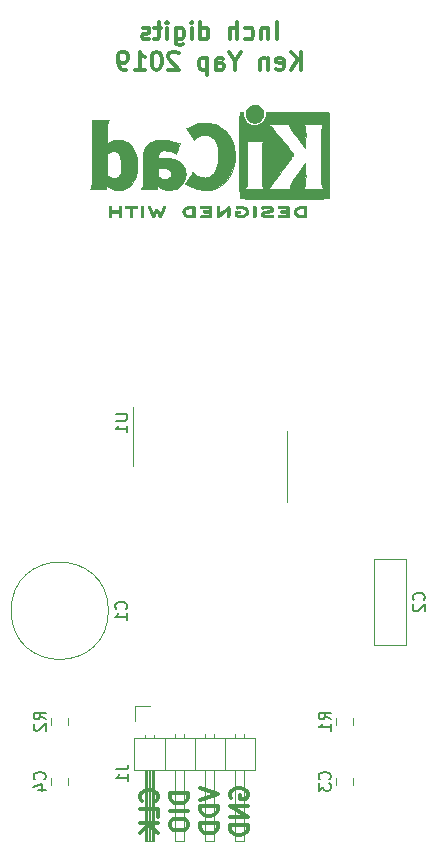
<source format=gbo>
G04 #@! TF.GenerationSoftware,KiCad,Pcbnew,5.1.5-5.1.5*
G04 #@! TF.CreationDate,2019-12-29T19:55:11+11:00*
G04 #@! TF.ProjectId,inchdigits,696e6368-6469-4676-9974-732e6b696361,rev?*
G04 #@! TF.SameCoordinates,Original*
G04 #@! TF.FileFunction,Legend,Bot*
G04 #@! TF.FilePolarity,Positive*
%FSLAX46Y46*%
G04 Gerber Fmt 4.6, Leading zero omitted, Abs format (unit mm)*
G04 Created by KiCad (PCBNEW 5.1.5-5.1.5) date 2019-12-29 19:55:11*
%MOMM*%
%LPD*%
G04 APERTURE LIST*
%ADD10C,0.300000*%
%ADD11C,0.010000*%
%ADD12C,0.120000*%
%ADD13C,0.150000*%
G04 APERTURE END LIST*
D10*
X119978571Y-15913571D02*
X119978571Y-14413571D01*
X119264285Y-14913571D02*
X119264285Y-15913571D01*
X119264285Y-15056428D02*
X119192857Y-14985000D01*
X119050000Y-14913571D01*
X118835714Y-14913571D01*
X118692857Y-14985000D01*
X118621428Y-15127857D01*
X118621428Y-15913571D01*
X117264285Y-15842142D02*
X117407142Y-15913571D01*
X117692857Y-15913571D01*
X117835714Y-15842142D01*
X117907142Y-15770714D01*
X117978571Y-15627857D01*
X117978571Y-15199285D01*
X117907142Y-15056428D01*
X117835714Y-14985000D01*
X117692857Y-14913571D01*
X117407142Y-14913571D01*
X117264285Y-14985000D01*
X116621428Y-15913571D02*
X116621428Y-14413571D01*
X115978571Y-15913571D02*
X115978571Y-15127857D01*
X116050000Y-14985000D01*
X116192857Y-14913571D01*
X116407142Y-14913571D01*
X116550000Y-14985000D01*
X116621428Y-15056428D01*
X113478571Y-15913571D02*
X113478571Y-14413571D01*
X113478571Y-15842142D02*
X113621428Y-15913571D01*
X113907142Y-15913571D01*
X114050000Y-15842142D01*
X114121428Y-15770714D01*
X114192857Y-15627857D01*
X114192857Y-15199285D01*
X114121428Y-15056428D01*
X114050000Y-14985000D01*
X113907142Y-14913571D01*
X113621428Y-14913571D01*
X113478571Y-14985000D01*
X112764285Y-15913571D02*
X112764285Y-14913571D01*
X112764285Y-14413571D02*
X112835714Y-14485000D01*
X112764285Y-14556428D01*
X112692857Y-14485000D01*
X112764285Y-14413571D01*
X112764285Y-14556428D01*
X111407142Y-14913571D02*
X111407142Y-16127857D01*
X111478571Y-16270714D01*
X111550000Y-16342142D01*
X111692857Y-16413571D01*
X111907142Y-16413571D01*
X112050000Y-16342142D01*
X111407142Y-15842142D02*
X111550000Y-15913571D01*
X111835714Y-15913571D01*
X111978571Y-15842142D01*
X112050000Y-15770714D01*
X112121428Y-15627857D01*
X112121428Y-15199285D01*
X112050000Y-15056428D01*
X111978571Y-14985000D01*
X111835714Y-14913571D01*
X111550000Y-14913571D01*
X111407142Y-14985000D01*
X110692857Y-15913571D02*
X110692857Y-14913571D01*
X110692857Y-14413571D02*
X110764285Y-14485000D01*
X110692857Y-14556428D01*
X110621428Y-14485000D01*
X110692857Y-14413571D01*
X110692857Y-14556428D01*
X110192857Y-14913571D02*
X109621428Y-14913571D01*
X109978571Y-14413571D02*
X109978571Y-15699285D01*
X109907142Y-15842142D01*
X109764285Y-15913571D01*
X109621428Y-15913571D01*
X109192857Y-15842142D02*
X109050000Y-15913571D01*
X108764285Y-15913571D01*
X108621428Y-15842142D01*
X108550000Y-15699285D01*
X108550000Y-15627857D01*
X108621428Y-15485000D01*
X108764285Y-15413571D01*
X108978571Y-15413571D01*
X109121428Y-15342142D01*
X109192857Y-15199285D01*
X109192857Y-15127857D01*
X109121428Y-14985000D01*
X108978571Y-14913571D01*
X108764285Y-14913571D01*
X108621428Y-14985000D01*
X122014285Y-18463571D02*
X122014285Y-16963571D01*
X121157142Y-18463571D02*
X121800000Y-17606428D01*
X121157142Y-16963571D02*
X122014285Y-17820714D01*
X119942857Y-18392142D02*
X120085714Y-18463571D01*
X120371428Y-18463571D01*
X120514285Y-18392142D01*
X120585714Y-18249285D01*
X120585714Y-17677857D01*
X120514285Y-17535000D01*
X120371428Y-17463571D01*
X120085714Y-17463571D01*
X119942857Y-17535000D01*
X119871428Y-17677857D01*
X119871428Y-17820714D01*
X120585714Y-17963571D01*
X119228571Y-17463571D02*
X119228571Y-18463571D01*
X119228571Y-17606428D02*
X119157142Y-17535000D01*
X119014285Y-17463571D01*
X118800000Y-17463571D01*
X118657142Y-17535000D01*
X118585714Y-17677857D01*
X118585714Y-18463571D01*
X116442857Y-17749285D02*
X116442857Y-18463571D01*
X116942857Y-16963571D02*
X116442857Y-17749285D01*
X115942857Y-16963571D01*
X114800000Y-18463571D02*
X114800000Y-17677857D01*
X114871428Y-17535000D01*
X115014285Y-17463571D01*
X115300000Y-17463571D01*
X115442857Y-17535000D01*
X114800000Y-18392142D02*
X114942857Y-18463571D01*
X115300000Y-18463571D01*
X115442857Y-18392142D01*
X115514285Y-18249285D01*
X115514285Y-18106428D01*
X115442857Y-17963571D01*
X115300000Y-17892142D01*
X114942857Y-17892142D01*
X114800000Y-17820714D01*
X114085714Y-17463571D02*
X114085714Y-18963571D01*
X114085714Y-17535000D02*
X113942857Y-17463571D01*
X113657142Y-17463571D01*
X113514285Y-17535000D01*
X113442857Y-17606428D01*
X113371428Y-17749285D01*
X113371428Y-18177857D01*
X113442857Y-18320714D01*
X113514285Y-18392142D01*
X113657142Y-18463571D01*
X113942857Y-18463571D01*
X114085714Y-18392142D01*
X111657142Y-17106428D02*
X111585714Y-17035000D01*
X111442857Y-16963571D01*
X111085714Y-16963571D01*
X110942857Y-17035000D01*
X110871428Y-17106428D01*
X110800000Y-17249285D01*
X110800000Y-17392142D01*
X110871428Y-17606428D01*
X111728571Y-18463571D01*
X110800000Y-18463571D01*
X109871428Y-16963571D02*
X109728571Y-16963571D01*
X109585714Y-17035000D01*
X109514285Y-17106428D01*
X109442857Y-17249285D01*
X109371428Y-17535000D01*
X109371428Y-17892142D01*
X109442857Y-18177857D01*
X109514285Y-18320714D01*
X109585714Y-18392142D01*
X109728571Y-18463571D01*
X109871428Y-18463571D01*
X110014285Y-18392142D01*
X110085714Y-18320714D01*
X110157142Y-18177857D01*
X110228571Y-17892142D01*
X110228571Y-17535000D01*
X110157142Y-17249285D01*
X110085714Y-17106428D01*
X110014285Y-17035000D01*
X109871428Y-16963571D01*
X107942857Y-18463571D02*
X108800000Y-18463571D01*
X108371428Y-18463571D02*
X108371428Y-16963571D01*
X108514285Y-17177857D01*
X108657142Y-17320714D01*
X108800000Y-17392142D01*
X107228571Y-18463571D02*
X106942857Y-18463571D01*
X106800000Y-18392142D01*
X106728571Y-18320714D01*
X106585714Y-18106428D01*
X106514285Y-17820714D01*
X106514285Y-17249285D01*
X106585714Y-17106428D01*
X106657142Y-17035000D01*
X106800000Y-16963571D01*
X107085714Y-16963571D01*
X107228571Y-17035000D01*
X107300000Y-17106428D01*
X107371428Y-17249285D01*
X107371428Y-17606428D01*
X107300000Y-17749285D01*
X107228571Y-17820714D01*
X107085714Y-17892142D01*
X106800000Y-17892142D01*
X106657142Y-17820714D01*
X106585714Y-17749285D01*
X106514285Y-17606428D01*
X109755714Y-80387142D02*
X109827142Y-80315714D01*
X109898571Y-80101428D01*
X109898571Y-79958571D01*
X109827142Y-79744285D01*
X109684285Y-79601428D01*
X109541428Y-79530000D01*
X109255714Y-79458571D01*
X109041428Y-79458571D01*
X108755714Y-79530000D01*
X108612857Y-79601428D01*
X108470000Y-79744285D01*
X108398571Y-79958571D01*
X108398571Y-80101428D01*
X108470000Y-80315714D01*
X108541428Y-80387142D01*
X109898571Y-81744285D02*
X109898571Y-81030000D01*
X108398571Y-81030000D01*
X109898571Y-82244285D02*
X108398571Y-82244285D01*
X109898571Y-83101428D02*
X109041428Y-82458571D01*
X108398571Y-83101428D02*
X109255714Y-82244285D01*
X112438571Y-79744285D02*
X110938571Y-79744285D01*
X110938571Y-80101428D01*
X111010000Y-80315714D01*
X111152857Y-80458571D01*
X111295714Y-80530000D01*
X111581428Y-80601428D01*
X111795714Y-80601428D01*
X112081428Y-80530000D01*
X112224285Y-80458571D01*
X112367142Y-80315714D01*
X112438571Y-80101428D01*
X112438571Y-79744285D01*
X112438571Y-81244285D02*
X110938571Y-81244285D01*
X110938571Y-82244285D02*
X110938571Y-82530000D01*
X111010000Y-82672857D01*
X111152857Y-82815714D01*
X111438571Y-82887142D01*
X111938571Y-82887142D01*
X112224285Y-82815714D01*
X112367142Y-82672857D01*
X112438571Y-82530000D01*
X112438571Y-82244285D01*
X112367142Y-82101428D01*
X112224285Y-81958571D01*
X111938571Y-81887142D01*
X111438571Y-81887142D01*
X111152857Y-81958571D01*
X111010000Y-82101428D01*
X110938571Y-82244285D01*
X113478571Y-79280000D02*
X114978571Y-79780000D01*
X113478571Y-80280000D01*
X114978571Y-80780000D02*
X113478571Y-80780000D01*
X113478571Y-81137142D01*
X113550000Y-81351428D01*
X113692857Y-81494285D01*
X113835714Y-81565714D01*
X114121428Y-81637142D01*
X114335714Y-81637142D01*
X114621428Y-81565714D01*
X114764285Y-81494285D01*
X114907142Y-81351428D01*
X114978571Y-81137142D01*
X114978571Y-80780000D01*
X114978571Y-82280000D02*
X113478571Y-82280000D01*
X113478571Y-82637142D01*
X113550000Y-82851428D01*
X113692857Y-82994285D01*
X113835714Y-83065714D01*
X114121428Y-83137142D01*
X114335714Y-83137142D01*
X114621428Y-83065714D01*
X114764285Y-82994285D01*
X114907142Y-82851428D01*
X114978571Y-82637142D01*
X114978571Y-82280000D01*
X116090000Y-80137142D02*
X116018571Y-79994285D01*
X116018571Y-79780000D01*
X116090000Y-79565714D01*
X116232857Y-79422857D01*
X116375714Y-79351428D01*
X116661428Y-79280000D01*
X116875714Y-79280000D01*
X117161428Y-79351428D01*
X117304285Y-79422857D01*
X117447142Y-79565714D01*
X117518571Y-79780000D01*
X117518571Y-79922857D01*
X117447142Y-80137142D01*
X117375714Y-80208571D01*
X116875714Y-80208571D01*
X116875714Y-79922857D01*
X117518571Y-80851428D02*
X116018571Y-80851428D01*
X117518571Y-81708571D01*
X116018571Y-81708571D01*
X117518571Y-82422857D02*
X116018571Y-82422857D01*
X116018571Y-82780000D01*
X116090000Y-82994285D01*
X116232857Y-83137142D01*
X116375714Y-83208571D01*
X116661428Y-83280000D01*
X116875714Y-83280000D01*
X117161428Y-83208571D01*
X117304285Y-83137142D01*
X117447142Y-82994285D01*
X117518571Y-82780000D01*
X117518571Y-82422857D01*
D11*
G36*
X122274708Y-30006409D02*
G01*
X122222143Y-30006944D01*
X122068119Y-30010660D01*
X121939125Y-30021699D01*
X121830763Y-30041246D01*
X121738638Y-30070483D01*
X121658353Y-30110597D01*
X121585512Y-30162769D01*
X121559495Y-30185433D01*
X121516337Y-30238462D01*
X121477421Y-30310421D01*
X121447427Y-30390184D01*
X121431035Y-30466625D01*
X121429332Y-30494872D01*
X121440005Y-30573174D01*
X121468607Y-30658705D01*
X121510011Y-30739663D01*
X121559095Y-30804246D01*
X121567067Y-30812038D01*
X121634600Y-30866808D01*
X121708552Y-30909563D01*
X121793188Y-30941423D01*
X121892771Y-30963508D01*
X122011566Y-30976938D01*
X122153834Y-30982834D01*
X122219000Y-30983334D01*
X122301855Y-30982935D01*
X122360123Y-30981266D01*
X122399270Y-30977622D01*
X122424763Y-30971293D01*
X122442068Y-30961574D01*
X122451344Y-30953274D01*
X122460106Y-30943192D01*
X122466979Y-30930185D01*
X122472192Y-30910769D01*
X122475973Y-30881460D01*
X122478551Y-30838773D01*
X122480154Y-30779225D01*
X122481011Y-30699330D01*
X122481351Y-30595605D01*
X122481403Y-30494872D01*
X122481734Y-30360519D01*
X122481662Y-30253192D01*
X122480384Y-30201795D01*
X122286019Y-30201795D01*
X122286019Y-30787949D01*
X122162025Y-30787835D01*
X122087415Y-30785696D01*
X122009272Y-30780183D01*
X121944074Y-30772472D01*
X121942090Y-30772155D01*
X121836717Y-30746678D01*
X121754986Y-30707000D01*
X121692816Y-30650538D01*
X121653314Y-30589406D01*
X121628974Y-30521593D01*
X121630861Y-30457919D01*
X121659109Y-30389665D01*
X121714362Y-30319056D01*
X121790927Y-30266735D01*
X121890449Y-30231763D01*
X121956961Y-30219386D01*
X122032461Y-30210694D01*
X122112479Y-30204404D01*
X122180538Y-30201788D01*
X122184569Y-30201776D01*
X122286019Y-30201795D01*
X122480384Y-30201795D01*
X122479590Y-30169881D01*
X122473915Y-30107579D01*
X122463041Y-30063275D01*
X122445368Y-30033960D01*
X122419297Y-30016625D01*
X122383229Y-30008261D01*
X122335566Y-30005859D01*
X122274708Y-30006409D01*
G37*
X122274708Y-30006409D02*
X122222143Y-30006944D01*
X122068119Y-30010660D01*
X121939125Y-30021699D01*
X121830763Y-30041246D01*
X121738638Y-30070483D01*
X121658353Y-30110597D01*
X121585512Y-30162769D01*
X121559495Y-30185433D01*
X121516337Y-30238462D01*
X121477421Y-30310421D01*
X121447427Y-30390184D01*
X121431035Y-30466625D01*
X121429332Y-30494872D01*
X121440005Y-30573174D01*
X121468607Y-30658705D01*
X121510011Y-30739663D01*
X121559095Y-30804246D01*
X121567067Y-30812038D01*
X121634600Y-30866808D01*
X121708552Y-30909563D01*
X121793188Y-30941423D01*
X121892771Y-30963508D01*
X122011566Y-30976938D01*
X122153834Y-30982834D01*
X122219000Y-30983334D01*
X122301855Y-30982935D01*
X122360123Y-30981266D01*
X122399270Y-30977622D01*
X122424763Y-30971293D01*
X122442068Y-30961574D01*
X122451344Y-30953274D01*
X122460106Y-30943192D01*
X122466979Y-30930185D01*
X122472192Y-30910769D01*
X122475973Y-30881460D01*
X122478551Y-30838773D01*
X122480154Y-30779225D01*
X122481011Y-30699330D01*
X122481351Y-30595605D01*
X122481403Y-30494872D01*
X122481734Y-30360519D01*
X122481662Y-30253192D01*
X122480384Y-30201795D01*
X122286019Y-30201795D01*
X122286019Y-30787949D01*
X122162025Y-30787835D01*
X122087415Y-30785696D01*
X122009272Y-30780183D01*
X121944074Y-30772472D01*
X121942090Y-30772155D01*
X121836717Y-30746678D01*
X121754986Y-30707000D01*
X121692816Y-30650538D01*
X121653314Y-30589406D01*
X121628974Y-30521593D01*
X121630861Y-30457919D01*
X121659109Y-30389665D01*
X121714362Y-30319056D01*
X121790927Y-30266735D01*
X121890449Y-30231763D01*
X121956961Y-30219386D01*
X122032461Y-30210694D01*
X122112479Y-30204404D01*
X122180538Y-30201788D01*
X122184569Y-30201776D01*
X122286019Y-30201795D01*
X122480384Y-30201795D01*
X122479590Y-30169881D01*
X122473915Y-30107579D01*
X122463041Y-30063275D01*
X122445368Y-30033960D01*
X122419297Y-30016625D01*
X122383229Y-30008261D01*
X122335566Y-30005859D01*
X122274708Y-30006409D01*
G36*
X120399384Y-30006516D02*
G01*
X120306976Y-30007012D01*
X120237227Y-30008165D01*
X120186437Y-30010244D01*
X120150905Y-30013515D01*
X120126932Y-30018247D01*
X120110818Y-30024707D01*
X120098863Y-30033163D01*
X120094533Y-30037055D01*
X120068205Y-30078404D01*
X120063465Y-30125916D01*
X120080784Y-30168095D01*
X120088793Y-30176620D01*
X120101746Y-30184885D01*
X120122602Y-30191261D01*
X120155230Y-30196059D01*
X120203496Y-30199588D01*
X120271268Y-30202158D01*
X120362414Y-30204081D01*
X120445745Y-30205251D01*
X120775546Y-30209310D01*
X120784560Y-30382150D01*
X120560696Y-30382150D01*
X120463508Y-30382989D01*
X120392357Y-30386496D01*
X120343245Y-30394159D01*
X120312171Y-30407467D01*
X120295138Y-30427905D01*
X120288146Y-30456963D01*
X120287084Y-30483931D01*
X120290384Y-30517021D01*
X120302837Y-30541404D01*
X120328274Y-30558353D01*
X120370525Y-30569143D01*
X120433420Y-30575048D01*
X120520789Y-30577341D01*
X120568475Y-30577535D01*
X120783060Y-30577535D01*
X120783060Y-30787949D01*
X120452409Y-30787949D01*
X120344024Y-30788100D01*
X120261651Y-30788778D01*
X120201243Y-30790320D01*
X120158753Y-30793063D01*
X120130135Y-30797345D01*
X120111342Y-30803503D01*
X120098328Y-30811873D01*
X120091699Y-30818008D01*
X120068961Y-30853813D01*
X120061640Y-30885641D01*
X120072093Y-30924518D01*
X120091699Y-30953274D01*
X120102159Y-30962327D01*
X120115662Y-30969357D01*
X120135840Y-30974618D01*
X120166325Y-30978365D01*
X120210749Y-30980854D01*
X120272745Y-30982339D01*
X120355945Y-30983075D01*
X120463981Y-30983318D01*
X120520043Y-30983334D01*
X120640098Y-30983227D01*
X120733728Y-30982739D01*
X120804563Y-30981613D01*
X120856235Y-30979595D01*
X120892377Y-30976430D01*
X120916622Y-30971863D01*
X120932601Y-30965640D01*
X120943947Y-30957504D01*
X120948386Y-30953274D01*
X120957171Y-30943160D01*
X120964058Y-30930112D01*
X120969275Y-30910634D01*
X120973053Y-30881228D01*
X120975624Y-30838398D01*
X120977218Y-30778648D01*
X120978065Y-30698481D01*
X120978396Y-30594401D01*
X120978445Y-30497492D01*
X120978400Y-30373387D01*
X120978088Y-30275830D01*
X120977242Y-30201310D01*
X120975596Y-30146315D01*
X120972883Y-30107334D01*
X120968837Y-30080857D01*
X120963191Y-30063370D01*
X120955680Y-30051364D01*
X120946036Y-30041327D01*
X120943660Y-30039090D01*
X120932129Y-30029183D01*
X120918732Y-30021512D01*
X120899750Y-30015790D01*
X120871469Y-30011732D01*
X120830172Y-30009052D01*
X120772142Y-30007466D01*
X120693663Y-30006688D01*
X120591020Y-30006432D01*
X120518150Y-30006410D01*
X120399384Y-30006516D01*
G37*
X120399384Y-30006516D02*
X120306976Y-30007012D01*
X120237227Y-30008165D01*
X120186437Y-30010244D01*
X120150905Y-30013515D01*
X120126932Y-30018247D01*
X120110818Y-30024707D01*
X120098863Y-30033163D01*
X120094533Y-30037055D01*
X120068205Y-30078404D01*
X120063465Y-30125916D01*
X120080784Y-30168095D01*
X120088793Y-30176620D01*
X120101746Y-30184885D01*
X120122602Y-30191261D01*
X120155230Y-30196059D01*
X120203496Y-30199588D01*
X120271268Y-30202158D01*
X120362414Y-30204081D01*
X120445745Y-30205251D01*
X120775546Y-30209310D01*
X120784560Y-30382150D01*
X120560696Y-30382150D01*
X120463508Y-30382989D01*
X120392357Y-30386496D01*
X120343245Y-30394159D01*
X120312171Y-30407467D01*
X120295138Y-30427905D01*
X120288146Y-30456963D01*
X120287084Y-30483931D01*
X120290384Y-30517021D01*
X120302837Y-30541404D01*
X120328274Y-30558353D01*
X120370525Y-30569143D01*
X120433420Y-30575048D01*
X120520789Y-30577341D01*
X120568475Y-30577535D01*
X120783060Y-30577535D01*
X120783060Y-30787949D01*
X120452409Y-30787949D01*
X120344024Y-30788100D01*
X120261651Y-30788778D01*
X120201243Y-30790320D01*
X120158753Y-30793063D01*
X120130135Y-30797345D01*
X120111342Y-30803503D01*
X120098328Y-30811873D01*
X120091699Y-30818008D01*
X120068961Y-30853813D01*
X120061640Y-30885641D01*
X120072093Y-30924518D01*
X120091699Y-30953274D01*
X120102159Y-30962327D01*
X120115662Y-30969357D01*
X120135840Y-30974618D01*
X120166325Y-30978365D01*
X120210749Y-30980854D01*
X120272745Y-30982339D01*
X120355945Y-30983075D01*
X120463981Y-30983318D01*
X120520043Y-30983334D01*
X120640098Y-30983227D01*
X120733728Y-30982739D01*
X120804563Y-30981613D01*
X120856235Y-30979595D01*
X120892377Y-30976430D01*
X120916622Y-30971863D01*
X120932601Y-30965640D01*
X120943947Y-30957504D01*
X120948386Y-30953274D01*
X120957171Y-30943160D01*
X120964058Y-30930112D01*
X120969275Y-30910634D01*
X120973053Y-30881228D01*
X120975624Y-30838398D01*
X120977218Y-30778648D01*
X120978065Y-30698481D01*
X120978396Y-30594401D01*
X120978445Y-30497492D01*
X120978400Y-30373387D01*
X120978088Y-30275830D01*
X120977242Y-30201310D01*
X120975596Y-30146315D01*
X120972883Y-30107334D01*
X120968837Y-30080857D01*
X120963191Y-30063370D01*
X120955680Y-30051364D01*
X120946036Y-30041327D01*
X120943660Y-30039090D01*
X120932129Y-30029183D01*
X120918732Y-30021512D01*
X120899750Y-30015790D01*
X120871469Y-30011732D01*
X120830172Y-30009052D01*
X120772142Y-30007466D01*
X120693663Y-30006688D01*
X120591020Y-30006432D01*
X120518150Y-30006410D01*
X120399384Y-30006516D01*
G36*
X119039942Y-30008121D02*
G01*
X118940337Y-30015084D01*
X118847698Y-30025959D01*
X118767412Y-30040338D01*
X118704862Y-30057810D01*
X118665435Y-30077966D01*
X118659383Y-30083899D01*
X118638338Y-30129939D01*
X118644720Y-30177204D01*
X118677361Y-30217642D01*
X118678918Y-30218801D01*
X118698117Y-30231261D01*
X118718159Y-30237813D01*
X118746114Y-30238608D01*
X118789053Y-30233800D01*
X118854045Y-30223539D01*
X118859273Y-30222675D01*
X118956115Y-30210778D01*
X119060598Y-30204909D01*
X119165389Y-30204852D01*
X119263156Y-30210391D01*
X119346566Y-30221309D01*
X119408287Y-30237389D01*
X119412342Y-30239005D01*
X119457118Y-30264093D01*
X119472850Y-30289482D01*
X119460534Y-30314451D01*
X119421169Y-30338280D01*
X119355752Y-30360246D01*
X119265280Y-30379630D01*
X119204954Y-30388962D01*
X119079554Y-30406913D01*
X118979819Y-30423323D01*
X118901500Y-30439612D01*
X118840347Y-30457202D01*
X118792113Y-30477513D01*
X118752549Y-30501967D01*
X118717406Y-30531984D01*
X118689165Y-30561460D01*
X118655662Y-30602531D01*
X118639173Y-30637846D01*
X118634017Y-30681357D01*
X118633830Y-30697292D01*
X118637702Y-30750169D01*
X118653181Y-30789507D01*
X118679969Y-30824424D01*
X118734413Y-30877798D01*
X118795124Y-30918502D01*
X118866612Y-30947864D01*
X118953390Y-30967211D01*
X119059968Y-30977870D01*
X119190857Y-30981169D01*
X119212469Y-30981113D01*
X119299752Y-30979304D01*
X119386313Y-30975193D01*
X119462716Y-30969370D01*
X119519524Y-30962425D01*
X119524118Y-30961628D01*
X119580599Y-30948248D01*
X119628506Y-30931346D01*
X119655627Y-30915895D01*
X119680865Y-30875130D01*
X119682623Y-30827662D01*
X119660866Y-30785359D01*
X119655998Y-30780576D01*
X119635876Y-30766363D01*
X119610712Y-30760240D01*
X119571767Y-30761282D01*
X119524489Y-30766698D01*
X119471659Y-30771537D01*
X119397602Y-30775619D01*
X119311145Y-30778582D01*
X119221117Y-30780061D01*
X119197439Y-30780158D01*
X119107076Y-30779794D01*
X119040943Y-30778040D01*
X118993221Y-30774287D01*
X118958092Y-30767927D01*
X118929736Y-30758351D01*
X118912695Y-30750375D01*
X118875250Y-30728229D01*
X118851375Y-30708172D01*
X118847886Y-30702487D01*
X118855247Y-30679009D01*
X118890241Y-30656281D01*
X118950442Y-30635334D01*
X119033425Y-30617200D01*
X119057874Y-30613161D01*
X119185576Y-30593103D01*
X119287494Y-30576338D01*
X119367560Y-30561647D01*
X119429708Y-30547812D01*
X119477872Y-30533615D01*
X119515986Y-30517837D01*
X119547984Y-30499260D01*
X119577798Y-30476666D01*
X119609364Y-30448837D01*
X119619986Y-30439080D01*
X119657227Y-30402666D01*
X119676941Y-30373816D01*
X119684653Y-30340802D01*
X119685901Y-30299199D01*
X119672169Y-30217615D01*
X119631132Y-30148298D01*
X119563024Y-30091472D01*
X119468081Y-30047361D01*
X119400338Y-30027576D01*
X119326713Y-30014797D01*
X119238515Y-30007568D01*
X119141130Y-30005479D01*
X119039942Y-30008121D01*
G37*
X119039942Y-30008121D02*
X118940337Y-30015084D01*
X118847698Y-30025959D01*
X118767412Y-30040338D01*
X118704862Y-30057810D01*
X118665435Y-30077966D01*
X118659383Y-30083899D01*
X118638338Y-30129939D01*
X118644720Y-30177204D01*
X118677361Y-30217642D01*
X118678918Y-30218801D01*
X118698117Y-30231261D01*
X118718159Y-30237813D01*
X118746114Y-30238608D01*
X118789053Y-30233800D01*
X118854045Y-30223539D01*
X118859273Y-30222675D01*
X118956115Y-30210778D01*
X119060598Y-30204909D01*
X119165389Y-30204852D01*
X119263156Y-30210391D01*
X119346566Y-30221309D01*
X119408287Y-30237389D01*
X119412342Y-30239005D01*
X119457118Y-30264093D01*
X119472850Y-30289482D01*
X119460534Y-30314451D01*
X119421169Y-30338280D01*
X119355752Y-30360246D01*
X119265280Y-30379630D01*
X119204954Y-30388962D01*
X119079554Y-30406913D01*
X118979819Y-30423323D01*
X118901500Y-30439612D01*
X118840347Y-30457202D01*
X118792113Y-30477513D01*
X118752549Y-30501967D01*
X118717406Y-30531984D01*
X118689165Y-30561460D01*
X118655662Y-30602531D01*
X118639173Y-30637846D01*
X118634017Y-30681357D01*
X118633830Y-30697292D01*
X118637702Y-30750169D01*
X118653181Y-30789507D01*
X118679969Y-30824424D01*
X118734413Y-30877798D01*
X118795124Y-30918502D01*
X118866612Y-30947864D01*
X118953390Y-30967211D01*
X119059968Y-30977870D01*
X119190857Y-30981169D01*
X119212469Y-30981113D01*
X119299752Y-30979304D01*
X119386313Y-30975193D01*
X119462716Y-30969370D01*
X119519524Y-30962425D01*
X119524118Y-30961628D01*
X119580599Y-30948248D01*
X119628506Y-30931346D01*
X119655627Y-30915895D01*
X119680865Y-30875130D01*
X119682623Y-30827662D01*
X119660866Y-30785359D01*
X119655998Y-30780576D01*
X119635876Y-30766363D01*
X119610712Y-30760240D01*
X119571767Y-30761282D01*
X119524489Y-30766698D01*
X119471659Y-30771537D01*
X119397602Y-30775619D01*
X119311145Y-30778582D01*
X119221117Y-30780061D01*
X119197439Y-30780158D01*
X119107076Y-30779794D01*
X119040943Y-30778040D01*
X118993221Y-30774287D01*
X118958092Y-30767927D01*
X118929736Y-30758351D01*
X118912695Y-30750375D01*
X118875250Y-30728229D01*
X118851375Y-30708172D01*
X118847886Y-30702487D01*
X118855247Y-30679009D01*
X118890241Y-30656281D01*
X118950442Y-30635334D01*
X119033425Y-30617200D01*
X119057874Y-30613161D01*
X119185576Y-30593103D01*
X119287494Y-30576338D01*
X119367560Y-30561647D01*
X119429708Y-30547812D01*
X119477872Y-30533615D01*
X119515986Y-30517837D01*
X119547984Y-30499260D01*
X119577798Y-30476666D01*
X119609364Y-30448837D01*
X119619986Y-30439080D01*
X119657227Y-30402666D01*
X119676941Y-30373816D01*
X119684653Y-30340802D01*
X119685901Y-30299199D01*
X119672169Y-30217615D01*
X119631132Y-30148298D01*
X119563024Y-30091472D01*
X119468081Y-30047361D01*
X119400338Y-30027576D01*
X119326713Y-30014797D01*
X119238515Y-30007568D01*
X119141130Y-30005479D01*
X119039942Y-30008121D01*
G36*
X118017617Y-30036470D02*
G01*
X118008855Y-30046552D01*
X118001982Y-30059559D01*
X117996769Y-30078975D01*
X117992988Y-30108284D01*
X117990410Y-30150971D01*
X117988807Y-30210519D01*
X117987949Y-30290414D01*
X117987610Y-30394140D01*
X117987557Y-30494872D01*
X117987650Y-30619816D01*
X117988081Y-30718185D01*
X117989077Y-30793465D01*
X117990869Y-30849138D01*
X117993683Y-30888690D01*
X117997750Y-30915605D01*
X118003296Y-30933367D01*
X118010551Y-30945461D01*
X118017617Y-30953274D01*
X118061556Y-30979476D01*
X118108374Y-30977125D01*
X118150263Y-30948548D01*
X118159888Y-30937391D01*
X118167409Y-30924447D01*
X118173088Y-30906136D01*
X118177181Y-30878882D01*
X118179949Y-30839104D01*
X118181650Y-30783226D01*
X118182543Y-30707668D01*
X118182887Y-30608852D01*
X118182942Y-30496978D01*
X118182942Y-30080192D01*
X118146051Y-30043301D01*
X118100579Y-30012264D01*
X118056470Y-30011145D01*
X118017617Y-30036470D01*
G37*
X118017617Y-30036470D02*
X118008855Y-30046552D01*
X118001982Y-30059559D01*
X117996769Y-30078975D01*
X117992988Y-30108284D01*
X117990410Y-30150971D01*
X117988807Y-30210519D01*
X117987949Y-30290414D01*
X117987610Y-30394140D01*
X117987557Y-30494872D01*
X117987650Y-30619816D01*
X117988081Y-30718185D01*
X117989077Y-30793465D01*
X117990869Y-30849138D01*
X117993683Y-30888690D01*
X117997750Y-30915605D01*
X118003296Y-30933367D01*
X118010551Y-30945461D01*
X118017617Y-30953274D01*
X118061556Y-30979476D01*
X118108374Y-30977125D01*
X118150263Y-30948548D01*
X118159888Y-30937391D01*
X118167409Y-30924447D01*
X118173088Y-30906136D01*
X118177181Y-30878882D01*
X118179949Y-30839104D01*
X118181650Y-30783226D01*
X118182543Y-30707668D01*
X118182887Y-30608852D01*
X118182942Y-30496978D01*
X118182942Y-30080192D01*
X118146051Y-30043301D01*
X118100579Y-30012264D01*
X118056470Y-30011145D01*
X118017617Y-30036470D01*
G36*
X116721216Y-30013776D02*
G01*
X116629995Y-30029082D01*
X116559936Y-30052875D01*
X116514358Y-30084204D01*
X116501938Y-30102078D01*
X116489308Y-30143649D01*
X116497807Y-30181256D01*
X116524639Y-30216919D01*
X116566330Y-30233603D01*
X116626824Y-30232248D01*
X116673613Y-30223209D01*
X116777582Y-30205987D01*
X116883834Y-30204351D01*
X117002763Y-30218329D01*
X117035614Y-30224252D01*
X117146199Y-30255431D01*
X117232713Y-30301810D01*
X117294207Y-30362599D01*
X117329732Y-30437008D01*
X117337079Y-30475478D01*
X117332270Y-30553527D01*
X117301220Y-30622581D01*
X117246760Y-30681293D01*
X117171718Y-30728317D01*
X117078924Y-30762307D01*
X116971206Y-30781918D01*
X116851395Y-30785805D01*
X116722319Y-30772620D01*
X116715031Y-30771376D01*
X116663692Y-30761814D01*
X116635226Y-30752578D01*
X116622888Y-30738873D01*
X116619932Y-30715906D01*
X116619865Y-30703743D01*
X116619865Y-30652683D01*
X116711031Y-30652683D01*
X116791536Y-30647168D01*
X116846475Y-30629594D01*
X116878440Y-30598417D01*
X116890026Y-30552094D01*
X116890167Y-30546048D01*
X116883389Y-30506453D01*
X116860145Y-30478181D01*
X116816884Y-30459471D01*
X116750055Y-30448564D01*
X116685324Y-30444554D01*
X116591241Y-30442253D01*
X116522998Y-30445764D01*
X116476455Y-30458719D01*
X116447472Y-30484750D01*
X116431909Y-30527491D01*
X116425625Y-30590574D01*
X116424480Y-30673428D01*
X116426356Y-30765910D01*
X116432000Y-30828818D01*
X116441436Y-30862403D01*
X116443267Y-30865033D01*
X116495079Y-30906998D01*
X116571044Y-30940232D01*
X116666346Y-30964023D01*
X116776170Y-30977663D01*
X116895700Y-30980442D01*
X117020120Y-30971649D01*
X117093297Y-30960849D01*
X117208074Y-30928362D01*
X117314750Y-30875250D01*
X117404065Y-30806319D01*
X117417640Y-30792542D01*
X117461746Y-30734622D01*
X117501543Y-30662840D01*
X117532381Y-30587583D01*
X117549611Y-30519241D01*
X117551688Y-30492993D01*
X117542847Y-30438241D01*
X117519349Y-30370119D01*
X117485703Y-30298414D01*
X117446418Y-30232913D01*
X117411709Y-30189162D01*
X117330557Y-30124083D01*
X117225652Y-30072285D01*
X117100754Y-30034938D01*
X116959621Y-30013217D01*
X116830279Y-30007909D01*
X116721216Y-30013776D01*
G37*
X116721216Y-30013776D02*
X116629995Y-30029082D01*
X116559936Y-30052875D01*
X116514358Y-30084204D01*
X116501938Y-30102078D01*
X116489308Y-30143649D01*
X116497807Y-30181256D01*
X116524639Y-30216919D01*
X116566330Y-30233603D01*
X116626824Y-30232248D01*
X116673613Y-30223209D01*
X116777582Y-30205987D01*
X116883834Y-30204351D01*
X117002763Y-30218329D01*
X117035614Y-30224252D01*
X117146199Y-30255431D01*
X117232713Y-30301810D01*
X117294207Y-30362599D01*
X117329732Y-30437008D01*
X117337079Y-30475478D01*
X117332270Y-30553527D01*
X117301220Y-30622581D01*
X117246760Y-30681293D01*
X117171718Y-30728317D01*
X117078924Y-30762307D01*
X116971206Y-30781918D01*
X116851395Y-30785805D01*
X116722319Y-30772620D01*
X116715031Y-30771376D01*
X116663692Y-30761814D01*
X116635226Y-30752578D01*
X116622888Y-30738873D01*
X116619932Y-30715906D01*
X116619865Y-30703743D01*
X116619865Y-30652683D01*
X116711031Y-30652683D01*
X116791536Y-30647168D01*
X116846475Y-30629594D01*
X116878440Y-30598417D01*
X116890026Y-30552094D01*
X116890167Y-30546048D01*
X116883389Y-30506453D01*
X116860145Y-30478181D01*
X116816884Y-30459471D01*
X116750055Y-30448564D01*
X116685324Y-30444554D01*
X116591241Y-30442253D01*
X116522998Y-30445764D01*
X116476455Y-30458719D01*
X116447472Y-30484750D01*
X116431909Y-30527491D01*
X116425625Y-30590574D01*
X116424480Y-30673428D01*
X116426356Y-30765910D01*
X116432000Y-30828818D01*
X116441436Y-30862403D01*
X116443267Y-30865033D01*
X116495079Y-30906998D01*
X116571044Y-30940232D01*
X116666346Y-30964023D01*
X116776170Y-30977663D01*
X116895700Y-30980442D01*
X117020120Y-30971649D01*
X117093297Y-30960849D01*
X117208074Y-30928362D01*
X117314750Y-30875250D01*
X117404065Y-30806319D01*
X117417640Y-30792542D01*
X117461746Y-30734622D01*
X117501543Y-30662840D01*
X117532381Y-30587583D01*
X117549611Y-30519241D01*
X117551688Y-30492993D01*
X117542847Y-30438241D01*
X117519349Y-30370119D01*
X117485703Y-30298414D01*
X117446418Y-30232913D01*
X117411709Y-30189162D01*
X117330557Y-30124083D01*
X117225652Y-30072285D01*
X117100754Y-30034938D01*
X116959621Y-30013217D01*
X116830279Y-30007909D01*
X116721216Y-30013776D01*
G36*
X115855874Y-30012244D02*
G01*
X115824499Y-30030649D01*
X115783476Y-30060749D01*
X115730678Y-30103960D01*
X115663979Y-30161702D01*
X115581253Y-30235392D01*
X115480374Y-30326448D01*
X115364895Y-30431138D01*
X115124421Y-30649207D01*
X115116906Y-30356508D01*
X115114193Y-30255754D01*
X115111576Y-30180722D01*
X115108474Y-30127084D01*
X115104310Y-30090510D01*
X115098505Y-30066671D01*
X115090478Y-30051238D01*
X115079651Y-30039882D01*
X115073910Y-30035110D01*
X115027937Y-30009877D01*
X114984191Y-30013566D01*
X114949489Y-30035123D01*
X114914007Y-30063835D01*
X114909594Y-30483150D01*
X114908373Y-30606471D01*
X114907751Y-30703348D01*
X114907944Y-30777394D01*
X114909168Y-30832221D01*
X114911638Y-30871443D01*
X114915568Y-30898673D01*
X114921174Y-30917523D01*
X114928672Y-30931605D01*
X114936987Y-30942899D01*
X114954976Y-30963846D01*
X114972875Y-30977731D01*
X114993166Y-30983060D01*
X115018332Y-30978340D01*
X115050854Y-30962077D01*
X115093217Y-30932777D01*
X115147902Y-30888946D01*
X115217391Y-30829091D01*
X115304169Y-30751718D01*
X115402469Y-30662814D01*
X115755664Y-30342435D01*
X115763179Y-30634177D01*
X115765897Y-30734747D01*
X115768521Y-30809604D01*
X115771633Y-30863084D01*
X115775816Y-30899526D01*
X115781651Y-30923268D01*
X115789720Y-30938646D01*
X115800605Y-30950000D01*
X115806175Y-30954626D01*
X115855410Y-30980042D01*
X115901931Y-30976209D01*
X115942443Y-30943733D01*
X115951710Y-30930667D01*
X115958933Y-30915409D01*
X115964366Y-30894296D01*
X115968262Y-30863669D01*
X115970875Y-30819866D01*
X115972461Y-30759227D01*
X115973272Y-30678091D01*
X115973562Y-30572797D01*
X115973593Y-30494872D01*
X115973495Y-30372988D01*
X115973033Y-30277503D01*
X115971951Y-30204755D01*
X115969997Y-30151083D01*
X115966916Y-30112827D01*
X115962454Y-30086327D01*
X115956357Y-30067920D01*
X115948371Y-30053948D01*
X115942443Y-30046011D01*
X115927416Y-30027212D01*
X115913372Y-30013017D01*
X115898184Y-30004846D01*
X115879727Y-30004116D01*
X115855874Y-30012244D01*
G37*
X115855874Y-30012244D02*
X115824499Y-30030649D01*
X115783476Y-30060749D01*
X115730678Y-30103960D01*
X115663979Y-30161702D01*
X115581253Y-30235392D01*
X115480374Y-30326448D01*
X115364895Y-30431138D01*
X115124421Y-30649207D01*
X115116906Y-30356508D01*
X115114193Y-30255754D01*
X115111576Y-30180722D01*
X115108474Y-30127084D01*
X115104310Y-30090510D01*
X115098505Y-30066671D01*
X115090478Y-30051238D01*
X115079651Y-30039882D01*
X115073910Y-30035110D01*
X115027937Y-30009877D01*
X114984191Y-30013566D01*
X114949489Y-30035123D01*
X114914007Y-30063835D01*
X114909594Y-30483150D01*
X114908373Y-30606471D01*
X114907751Y-30703348D01*
X114907944Y-30777394D01*
X114909168Y-30832221D01*
X114911638Y-30871443D01*
X114915568Y-30898673D01*
X114921174Y-30917523D01*
X114928672Y-30931605D01*
X114936987Y-30942899D01*
X114954976Y-30963846D01*
X114972875Y-30977731D01*
X114993166Y-30983060D01*
X115018332Y-30978340D01*
X115050854Y-30962077D01*
X115093217Y-30932777D01*
X115147902Y-30888946D01*
X115217391Y-30829091D01*
X115304169Y-30751718D01*
X115402469Y-30662814D01*
X115755664Y-30342435D01*
X115763179Y-30634177D01*
X115765897Y-30734747D01*
X115768521Y-30809604D01*
X115771633Y-30863084D01*
X115775816Y-30899526D01*
X115781651Y-30923268D01*
X115789720Y-30938646D01*
X115800605Y-30950000D01*
X115806175Y-30954626D01*
X115855410Y-30980042D01*
X115901931Y-30976209D01*
X115942443Y-30943733D01*
X115951710Y-30930667D01*
X115958933Y-30915409D01*
X115964366Y-30894296D01*
X115968262Y-30863669D01*
X115970875Y-30819866D01*
X115972461Y-30759227D01*
X115973272Y-30678091D01*
X115973562Y-30572797D01*
X115973593Y-30494872D01*
X115973495Y-30372988D01*
X115973033Y-30277503D01*
X115971951Y-30204755D01*
X115969997Y-30151083D01*
X115966916Y-30112827D01*
X115962454Y-30086327D01*
X115956357Y-30067920D01*
X115948371Y-30053948D01*
X115942443Y-30046011D01*
X115927416Y-30027212D01*
X115913372Y-30013017D01*
X115898184Y-30004846D01*
X115879727Y-30004116D01*
X115855874Y-30012244D01*
G36*
X113818284Y-30006667D02*
G01*
X113716623Y-30007884D01*
X113638718Y-30010730D01*
X113581419Y-30015874D01*
X113541573Y-30023984D01*
X113516032Y-30035731D01*
X113501643Y-30051782D01*
X113495255Y-30072808D01*
X113493719Y-30099476D01*
X113493711Y-30102626D01*
X113495045Y-30132790D01*
X113501349Y-30156103D01*
X113516078Y-30173506D01*
X113542685Y-30185940D01*
X113584626Y-30194345D01*
X113645354Y-30199665D01*
X113728324Y-30202839D01*
X113836989Y-30204809D01*
X113870295Y-30205245D01*
X114192587Y-30209310D01*
X114197094Y-30295730D01*
X114201602Y-30382150D01*
X113977737Y-30382150D01*
X113890279Y-30382473D01*
X113827831Y-30383837D01*
X113785346Y-30386839D01*
X113757777Y-30392073D01*
X113740078Y-30400135D01*
X113727203Y-30411620D01*
X113727120Y-30411711D01*
X113703770Y-30456471D01*
X113704614Y-30504847D01*
X113729121Y-30546086D01*
X113733971Y-30550325D01*
X113751185Y-30561249D01*
X113774774Y-30568849D01*
X113809993Y-30573697D01*
X113862100Y-30576366D01*
X113936350Y-30577428D01*
X113983838Y-30577535D01*
X114200102Y-30577535D01*
X114200102Y-30787949D01*
X113871780Y-30787949D01*
X113763382Y-30788139D01*
X113681065Y-30788914D01*
X113620851Y-30790584D01*
X113578765Y-30793458D01*
X113550829Y-30797847D01*
X113533066Y-30804059D01*
X113521500Y-30812404D01*
X113518585Y-30815434D01*
X113497064Y-30857434D01*
X113495490Y-30905214D01*
X113513145Y-30946642D01*
X113527115Y-30959937D01*
X113541646Y-30967256D01*
X113564162Y-30972919D01*
X113598224Y-30977123D01*
X113647393Y-30980068D01*
X113715232Y-30981951D01*
X113805302Y-30982970D01*
X113921163Y-30983325D01*
X113947357Y-30983334D01*
X114065161Y-30983256D01*
X114156604Y-30982831D01*
X114225386Y-30981766D01*
X114275204Y-30979769D01*
X114309760Y-30976550D01*
X114332750Y-30971816D01*
X114347874Y-30965277D01*
X114358831Y-30956641D01*
X114364842Y-30950440D01*
X114373890Y-30939457D01*
X114380958Y-30925852D01*
X114386291Y-30906056D01*
X114390132Y-30876502D01*
X114392725Y-30833621D01*
X114394313Y-30773845D01*
X114395139Y-30693607D01*
X114395448Y-30589339D01*
X114395486Y-30501580D01*
X114395392Y-30378608D01*
X114394943Y-30282069D01*
X114393892Y-30208339D01*
X114391990Y-30153790D01*
X114388991Y-30114799D01*
X114384645Y-30087739D01*
X114378706Y-30068984D01*
X114370925Y-30054910D01*
X114364336Y-30046011D01*
X114333186Y-30006410D01*
X113946852Y-30006410D01*
X113818284Y-30006667D01*
G37*
X113818284Y-30006667D02*
X113716623Y-30007884D01*
X113638718Y-30010730D01*
X113581419Y-30015874D01*
X113541573Y-30023984D01*
X113516032Y-30035731D01*
X113501643Y-30051782D01*
X113495255Y-30072808D01*
X113493719Y-30099476D01*
X113493711Y-30102626D01*
X113495045Y-30132790D01*
X113501349Y-30156103D01*
X113516078Y-30173506D01*
X113542685Y-30185940D01*
X113584626Y-30194345D01*
X113645354Y-30199665D01*
X113728324Y-30202839D01*
X113836989Y-30204809D01*
X113870295Y-30205245D01*
X114192587Y-30209310D01*
X114197094Y-30295730D01*
X114201602Y-30382150D01*
X113977737Y-30382150D01*
X113890279Y-30382473D01*
X113827831Y-30383837D01*
X113785346Y-30386839D01*
X113757777Y-30392073D01*
X113740078Y-30400135D01*
X113727203Y-30411620D01*
X113727120Y-30411711D01*
X113703770Y-30456471D01*
X113704614Y-30504847D01*
X113729121Y-30546086D01*
X113733971Y-30550325D01*
X113751185Y-30561249D01*
X113774774Y-30568849D01*
X113809993Y-30573697D01*
X113862100Y-30576366D01*
X113936350Y-30577428D01*
X113983838Y-30577535D01*
X114200102Y-30577535D01*
X114200102Y-30787949D01*
X113871780Y-30787949D01*
X113763382Y-30788139D01*
X113681065Y-30788914D01*
X113620851Y-30790584D01*
X113578765Y-30793458D01*
X113550829Y-30797847D01*
X113533066Y-30804059D01*
X113521500Y-30812404D01*
X113518585Y-30815434D01*
X113497064Y-30857434D01*
X113495490Y-30905214D01*
X113513145Y-30946642D01*
X113527115Y-30959937D01*
X113541646Y-30967256D01*
X113564162Y-30972919D01*
X113598224Y-30977123D01*
X113647393Y-30980068D01*
X113715232Y-30981951D01*
X113805302Y-30982970D01*
X113921163Y-30983325D01*
X113947357Y-30983334D01*
X114065161Y-30983256D01*
X114156604Y-30982831D01*
X114225386Y-30981766D01*
X114275204Y-30979769D01*
X114309760Y-30976550D01*
X114332750Y-30971816D01*
X114347874Y-30965277D01*
X114358831Y-30956641D01*
X114364842Y-30950440D01*
X114373890Y-30939457D01*
X114380958Y-30925852D01*
X114386291Y-30906056D01*
X114390132Y-30876502D01*
X114392725Y-30833621D01*
X114394313Y-30773845D01*
X114395139Y-30693607D01*
X114395448Y-30589339D01*
X114395486Y-30501580D01*
X114395392Y-30378608D01*
X114394943Y-30282069D01*
X114393892Y-30208339D01*
X114391990Y-30153790D01*
X114388991Y-30114799D01*
X114384645Y-30087739D01*
X114378706Y-30068984D01*
X114370925Y-30054910D01*
X114364336Y-30046011D01*
X114333186Y-30006410D01*
X113946852Y-30006410D01*
X113818284Y-30006667D01*
G36*
X112769217Y-30006687D02*
G01*
X112597499Y-30012493D01*
X112451445Y-30030101D01*
X112328647Y-30060563D01*
X112226697Y-30104935D01*
X112143186Y-30164271D01*
X112075707Y-30239624D01*
X112021851Y-30332050D01*
X112020792Y-30334304D01*
X111988651Y-30417024D01*
X111977199Y-30490284D01*
X111986480Y-30564012D01*
X112016539Y-30648135D01*
X112022239Y-30660937D01*
X112061115Y-30735862D01*
X112104805Y-30793757D01*
X112161194Y-30842972D01*
X112238162Y-30891857D01*
X112242634Y-30894409D01*
X112309637Y-30926595D01*
X112385369Y-30950632D01*
X112474696Y-30967351D01*
X112582485Y-30977579D01*
X112713602Y-30982146D01*
X112759928Y-30982543D01*
X112980524Y-30983334D01*
X113011674Y-30943733D01*
X113020914Y-30930711D01*
X113028122Y-30915504D01*
X113033550Y-30894466D01*
X113037449Y-30863950D01*
X113040071Y-30820311D01*
X113040926Y-30787949D01*
X112832409Y-30787949D01*
X112707418Y-30787949D01*
X112634277Y-30785810D01*
X112559193Y-30780181D01*
X112497570Y-30772243D01*
X112493851Y-30771575D01*
X112384401Y-30742212D01*
X112299506Y-30698097D01*
X112236482Y-30637183D01*
X112192640Y-30557424D01*
X112185017Y-30536284D01*
X112177544Y-30503362D01*
X112180779Y-30470836D01*
X112196521Y-30427564D01*
X112206010Y-30406307D01*
X112237083Y-30349820D01*
X112274521Y-30310191D01*
X112315713Y-30282594D01*
X112398224Y-30246682D01*
X112503821Y-30220668D01*
X112626836Y-30205688D01*
X112715930Y-30202392D01*
X112832409Y-30201795D01*
X112832409Y-30787949D01*
X113040926Y-30787949D01*
X113041668Y-30759900D01*
X113042490Y-30679072D01*
X113042790Y-30574181D01*
X113042824Y-30492162D01*
X113042824Y-30080192D01*
X113005933Y-30043301D01*
X112989560Y-30028348D01*
X112971857Y-30018108D01*
X112947135Y-30011701D01*
X112909706Y-30008247D01*
X112853881Y-30006867D01*
X112773972Y-30006681D01*
X112769217Y-30006687D01*
G37*
X112769217Y-30006687D02*
X112597499Y-30012493D01*
X112451445Y-30030101D01*
X112328647Y-30060563D01*
X112226697Y-30104935D01*
X112143186Y-30164271D01*
X112075707Y-30239624D01*
X112021851Y-30332050D01*
X112020792Y-30334304D01*
X111988651Y-30417024D01*
X111977199Y-30490284D01*
X111986480Y-30564012D01*
X112016539Y-30648135D01*
X112022239Y-30660937D01*
X112061115Y-30735862D01*
X112104805Y-30793757D01*
X112161194Y-30842972D01*
X112238162Y-30891857D01*
X112242634Y-30894409D01*
X112309637Y-30926595D01*
X112385369Y-30950632D01*
X112474696Y-30967351D01*
X112582485Y-30977579D01*
X112713602Y-30982146D01*
X112759928Y-30982543D01*
X112980524Y-30983334D01*
X113011674Y-30943733D01*
X113020914Y-30930711D01*
X113028122Y-30915504D01*
X113033550Y-30894466D01*
X113037449Y-30863950D01*
X113040071Y-30820311D01*
X113040926Y-30787949D01*
X112832409Y-30787949D01*
X112707418Y-30787949D01*
X112634277Y-30785810D01*
X112559193Y-30780181D01*
X112497570Y-30772243D01*
X112493851Y-30771575D01*
X112384401Y-30742212D01*
X112299506Y-30698097D01*
X112236482Y-30637183D01*
X112192640Y-30557424D01*
X112185017Y-30536284D01*
X112177544Y-30503362D01*
X112180779Y-30470836D01*
X112196521Y-30427564D01*
X112206010Y-30406307D01*
X112237083Y-30349820D01*
X112274521Y-30310191D01*
X112315713Y-30282594D01*
X112398224Y-30246682D01*
X112503821Y-30220668D01*
X112626836Y-30205688D01*
X112715930Y-30202392D01*
X112832409Y-30201795D01*
X112832409Y-30787949D01*
X113040926Y-30787949D01*
X113041668Y-30759900D01*
X113042490Y-30679072D01*
X113042790Y-30574181D01*
X113042824Y-30492162D01*
X113042824Y-30080192D01*
X113005933Y-30043301D01*
X112989560Y-30028348D01*
X112971857Y-30018108D01*
X112947135Y-30011701D01*
X112909706Y-30008247D01*
X112853881Y-30006867D01*
X112773972Y-30006681D01*
X112769217Y-30006687D01*
G36*
X109139453Y-30009030D02*
G01*
X109113372Y-30018350D01*
X109112366Y-30018806D01*
X109076948Y-30045834D01*
X109057434Y-30073636D01*
X109053616Y-30086672D01*
X109053805Y-30103992D01*
X109059178Y-30128667D01*
X109070912Y-30163764D01*
X109090187Y-30212353D01*
X109118178Y-30277502D01*
X109156064Y-30362281D01*
X109205022Y-30469759D01*
X109231969Y-30528503D01*
X109280630Y-30633373D01*
X109326310Y-30729814D01*
X109367266Y-30814298D01*
X109401754Y-30883300D01*
X109428031Y-30933294D01*
X109444354Y-30960754D01*
X109447584Y-30964547D01*
X109488911Y-30981280D01*
X109535591Y-30979039D01*
X109573030Y-30958687D01*
X109574556Y-30957032D01*
X109589449Y-30934486D01*
X109614431Y-30890571D01*
X109646421Y-30830940D01*
X109682340Y-30761246D01*
X109695248Y-30735563D01*
X109792686Y-30540397D01*
X109898894Y-30752407D01*
X109936803Y-30825661D01*
X109971973Y-30889190D01*
X110001532Y-30938131D01*
X110022606Y-30967622D01*
X110029748Y-30973876D01*
X110085262Y-30982345D01*
X110131071Y-30964547D01*
X110144546Y-30945525D01*
X110167864Y-30903249D01*
X110199123Y-30841880D01*
X110236420Y-30765576D01*
X110277854Y-30678499D01*
X110321522Y-30584807D01*
X110365522Y-30488661D01*
X110407952Y-30394221D01*
X110446910Y-30305645D01*
X110480493Y-30227096D01*
X110506799Y-30162731D01*
X110523926Y-30116711D01*
X110529971Y-30093197D01*
X110529909Y-30092345D01*
X110515200Y-30062756D01*
X110485798Y-30032620D01*
X110484067Y-30031308D01*
X110447930Y-30010882D01*
X110414506Y-30011080D01*
X110401978Y-30014931D01*
X110386713Y-30023253D01*
X110370502Y-30039625D01*
X110351401Y-30067442D01*
X110327465Y-30110100D01*
X110296749Y-30170995D01*
X110257309Y-30253525D01*
X110221742Y-30329707D01*
X110180823Y-30418014D01*
X110144156Y-30497426D01*
X110113646Y-30563796D01*
X110091198Y-30612975D01*
X110078717Y-30640813D01*
X110076897Y-30645168D01*
X110068710Y-30638049D01*
X110049895Y-30608241D01*
X110022954Y-30560096D01*
X109990392Y-30497963D01*
X109977434Y-30472328D01*
X109933540Y-30385765D01*
X109899689Y-30322725D01*
X109873103Y-30279542D01*
X109851005Y-30252552D01*
X109830616Y-30238088D01*
X109809160Y-30232487D01*
X109795177Y-30231854D01*
X109770512Y-30234040D01*
X109748898Y-30243079D01*
X109727422Y-30262697D01*
X109703170Y-30296617D01*
X109673230Y-30348562D01*
X109634687Y-30422258D01*
X109613422Y-30464180D01*
X109578928Y-30530994D01*
X109548844Y-30586401D01*
X109525823Y-30625727D01*
X109512520Y-30644296D01*
X109510711Y-30645069D01*
X109502120Y-30630455D01*
X109482886Y-30592507D01*
X109454935Y-30535196D01*
X109420193Y-30462496D01*
X109380587Y-30378376D01*
X109361104Y-30336594D01*
X109310420Y-30228763D01*
X109269607Y-30145790D01*
X109236546Y-30084966D01*
X109209119Y-30043585D01*
X109185208Y-30018940D01*
X109162692Y-30008324D01*
X109139453Y-30009030D01*
G37*
X109139453Y-30009030D02*
X109113372Y-30018350D01*
X109112366Y-30018806D01*
X109076948Y-30045834D01*
X109057434Y-30073636D01*
X109053616Y-30086672D01*
X109053805Y-30103992D01*
X109059178Y-30128667D01*
X109070912Y-30163764D01*
X109090187Y-30212353D01*
X109118178Y-30277502D01*
X109156064Y-30362281D01*
X109205022Y-30469759D01*
X109231969Y-30528503D01*
X109280630Y-30633373D01*
X109326310Y-30729814D01*
X109367266Y-30814298D01*
X109401754Y-30883300D01*
X109428031Y-30933294D01*
X109444354Y-30960754D01*
X109447584Y-30964547D01*
X109488911Y-30981280D01*
X109535591Y-30979039D01*
X109573030Y-30958687D01*
X109574556Y-30957032D01*
X109589449Y-30934486D01*
X109614431Y-30890571D01*
X109646421Y-30830940D01*
X109682340Y-30761246D01*
X109695248Y-30735563D01*
X109792686Y-30540397D01*
X109898894Y-30752407D01*
X109936803Y-30825661D01*
X109971973Y-30889190D01*
X110001532Y-30938131D01*
X110022606Y-30967622D01*
X110029748Y-30973876D01*
X110085262Y-30982345D01*
X110131071Y-30964547D01*
X110144546Y-30945525D01*
X110167864Y-30903249D01*
X110199123Y-30841880D01*
X110236420Y-30765576D01*
X110277854Y-30678499D01*
X110321522Y-30584807D01*
X110365522Y-30488661D01*
X110407952Y-30394221D01*
X110446910Y-30305645D01*
X110480493Y-30227096D01*
X110506799Y-30162731D01*
X110523926Y-30116711D01*
X110529971Y-30093197D01*
X110529909Y-30092345D01*
X110515200Y-30062756D01*
X110485798Y-30032620D01*
X110484067Y-30031308D01*
X110447930Y-30010882D01*
X110414506Y-30011080D01*
X110401978Y-30014931D01*
X110386713Y-30023253D01*
X110370502Y-30039625D01*
X110351401Y-30067442D01*
X110327465Y-30110100D01*
X110296749Y-30170995D01*
X110257309Y-30253525D01*
X110221742Y-30329707D01*
X110180823Y-30418014D01*
X110144156Y-30497426D01*
X110113646Y-30563796D01*
X110091198Y-30612975D01*
X110078717Y-30640813D01*
X110076897Y-30645168D01*
X110068710Y-30638049D01*
X110049895Y-30608241D01*
X110022954Y-30560096D01*
X109990392Y-30497963D01*
X109977434Y-30472328D01*
X109933540Y-30385765D01*
X109899689Y-30322725D01*
X109873103Y-30279542D01*
X109851005Y-30252552D01*
X109830616Y-30238088D01*
X109809160Y-30232487D01*
X109795177Y-30231854D01*
X109770512Y-30234040D01*
X109748898Y-30243079D01*
X109727422Y-30262697D01*
X109703170Y-30296617D01*
X109673230Y-30348562D01*
X109634687Y-30422258D01*
X109613422Y-30464180D01*
X109578928Y-30530994D01*
X109548844Y-30586401D01*
X109525823Y-30625727D01*
X109512520Y-30644296D01*
X109510711Y-30645069D01*
X109502120Y-30630455D01*
X109482886Y-30592507D01*
X109454935Y-30535196D01*
X109420193Y-30462496D01*
X109380587Y-30378376D01*
X109361104Y-30336594D01*
X109310420Y-30228763D01*
X109269607Y-30145790D01*
X109236546Y-30084966D01*
X109209119Y-30043585D01*
X109185208Y-30018940D01*
X109162692Y-30008324D01*
X109139453Y-30009030D01*
G36*
X108548396Y-30015477D02*
G01*
X108516826Y-30035142D01*
X108481344Y-30063873D01*
X108481344Y-30491966D01*
X108481457Y-30617190D01*
X108481941Y-30715847D01*
X108483014Y-30791430D01*
X108484892Y-30847433D01*
X108487794Y-30887347D01*
X108491937Y-30914666D01*
X108497538Y-30932881D01*
X108504815Y-30945486D01*
X108509976Y-30951696D01*
X108551832Y-30978980D01*
X108599495Y-30977867D01*
X108641247Y-30954602D01*
X108676729Y-30925871D01*
X108676729Y-30063873D01*
X108641247Y-30035142D01*
X108607002Y-30014242D01*
X108579037Y-30006410D01*
X108548396Y-30015477D01*
G37*
X108548396Y-30015477D02*
X108516826Y-30035142D01*
X108481344Y-30063873D01*
X108481344Y-30491966D01*
X108481457Y-30617190D01*
X108481941Y-30715847D01*
X108483014Y-30791430D01*
X108484892Y-30847433D01*
X108487794Y-30887347D01*
X108491937Y-30914666D01*
X108497538Y-30932881D01*
X108504815Y-30945486D01*
X108509976Y-30951696D01*
X108551832Y-30978980D01*
X108599495Y-30977867D01*
X108641247Y-30954602D01*
X108676729Y-30925871D01*
X108676729Y-30063873D01*
X108641247Y-30035142D01*
X108607002Y-30014242D01*
X108579037Y-30006410D01*
X108548396Y-30015477D01*
G36*
X107517323Y-30006539D02*
G01*
X107412535Y-30007043D01*
X107331201Y-30008096D01*
X107270020Y-30009876D01*
X107225689Y-30012557D01*
X107194906Y-30016314D01*
X107174369Y-30021325D01*
X107160775Y-30027763D01*
X107154197Y-30032712D01*
X107120056Y-30076029D01*
X107115926Y-30121003D01*
X107137024Y-30161860D01*
X107150821Y-30178186D01*
X107165668Y-30189318D01*
X107187185Y-30196250D01*
X107220992Y-30199977D01*
X107272708Y-30201494D01*
X107347953Y-30201794D01*
X107362731Y-30201795D01*
X107557025Y-30201795D01*
X107557025Y-30562505D01*
X107557153Y-30676201D01*
X107557734Y-30763685D01*
X107559064Y-30828802D01*
X107561440Y-30875398D01*
X107565156Y-30907319D01*
X107570508Y-30928412D01*
X107577793Y-30942523D01*
X107587084Y-30953274D01*
X107630929Y-30979696D01*
X107676700Y-30977614D01*
X107718210Y-30947469D01*
X107721259Y-30943733D01*
X107731188Y-30929610D01*
X107738752Y-30913086D01*
X107744271Y-30890146D01*
X107748067Y-30856773D01*
X107750458Y-30808955D01*
X107751766Y-30742674D01*
X107752309Y-30653918D01*
X107752409Y-30552963D01*
X107752409Y-30201795D01*
X107937950Y-30201795D01*
X108017573Y-30201256D01*
X108072696Y-30199157D01*
X108108868Y-30194771D01*
X108131638Y-30187376D01*
X108146553Y-30176245D01*
X108148364Y-30174310D01*
X108170142Y-30130057D01*
X108168216Y-30080029D01*
X108143179Y-30036470D01*
X108133496Y-30028020D01*
X108121012Y-30021321D01*
X108102397Y-30016169D01*
X108074323Y-30012361D01*
X108033459Y-30009697D01*
X107976478Y-30007972D01*
X107900048Y-30006984D01*
X107800843Y-30006532D01*
X107675531Y-30006412D01*
X107648867Y-30006410D01*
X107517323Y-30006539D01*
G37*
X107517323Y-30006539D02*
X107412535Y-30007043D01*
X107331201Y-30008096D01*
X107270020Y-30009876D01*
X107225689Y-30012557D01*
X107194906Y-30016314D01*
X107174369Y-30021325D01*
X107160775Y-30027763D01*
X107154197Y-30032712D01*
X107120056Y-30076029D01*
X107115926Y-30121003D01*
X107137024Y-30161860D01*
X107150821Y-30178186D01*
X107165668Y-30189318D01*
X107187185Y-30196250D01*
X107220992Y-30199977D01*
X107272708Y-30201494D01*
X107347953Y-30201794D01*
X107362731Y-30201795D01*
X107557025Y-30201795D01*
X107557025Y-30562505D01*
X107557153Y-30676201D01*
X107557734Y-30763685D01*
X107559064Y-30828802D01*
X107561440Y-30875398D01*
X107565156Y-30907319D01*
X107570508Y-30928412D01*
X107577793Y-30942523D01*
X107587084Y-30953274D01*
X107630929Y-30979696D01*
X107676700Y-30977614D01*
X107718210Y-30947469D01*
X107721259Y-30943733D01*
X107731188Y-30929610D01*
X107738752Y-30913086D01*
X107744271Y-30890146D01*
X107748067Y-30856773D01*
X107750458Y-30808955D01*
X107751766Y-30742674D01*
X107752309Y-30653918D01*
X107752409Y-30552963D01*
X107752409Y-30201795D01*
X107937950Y-30201795D01*
X108017573Y-30201256D01*
X108072696Y-30199157D01*
X108108868Y-30194771D01*
X108131638Y-30187376D01*
X108146553Y-30176245D01*
X108148364Y-30174310D01*
X108170142Y-30130057D01*
X108168216Y-30080029D01*
X108143179Y-30036470D01*
X108133496Y-30028020D01*
X108121012Y-30021321D01*
X108102397Y-30016169D01*
X108074323Y-30012361D01*
X108033459Y-30009697D01*
X107976478Y-30007972D01*
X107900048Y-30006984D01*
X107800843Y-30006532D01*
X107675531Y-30006412D01*
X107648867Y-30006410D01*
X107517323Y-30006539D01*
G36*
X105832141Y-30013688D02*
G01*
X105790365Y-30043301D01*
X105753475Y-30080192D01*
X105753475Y-30492162D01*
X105753571Y-30614486D01*
X105754028Y-30710398D01*
X105755097Y-30783544D01*
X105757029Y-30837570D01*
X105760077Y-30876123D01*
X105764491Y-30902848D01*
X105770524Y-30921394D01*
X105778426Y-30935405D01*
X105784625Y-30943733D01*
X105825539Y-30976449D01*
X105872518Y-30980000D01*
X105915456Y-30959937D01*
X105929644Y-30948092D01*
X105939128Y-30932358D01*
X105944849Y-30907022D01*
X105947747Y-30866370D01*
X105948762Y-30804688D01*
X105948859Y-30757038D01*
X105948859Y-30577535D01*
X106610161Y-30577535D01*
X106610161Y-30740833D01*
X106610845Y-30815505D01*
X106613581Y-30866824D01*
X106619396Y-30901477D01*
X106629316Y-30926155D01*
X106641311Y-30943733D01*
X106682454Y-30976357D01*
X106728983Y-30980220D01*
X106773527Y-30957032D01*
X106785688Y-30944876D01*
X106794277Y-30928761D01*
X106799942Y-30903660D01*
X106803331Y-30864544D01*
X106805092Y-30806386D01*
X106805872Y-30724158D01*
X106805964Y-30705286D01*
X106806608Y-30550357D01*
X106806940Y-30422674D01*
X106806832Y-30319427D01*
X106806155Y-30237803D01*
X106804782Y-30174992D01*
X106802584Y-30128181D01*
X106799434Y-30094559D01*
X106795202Y-30071315D01*
X106789762Y-30055636D01*
X106782985Y-30044711D01*
X106775486Y-30036470D01*
X106733067Y-30010107D01*
X106688828Y-30013688D01*
X106647052Y-30043301D01*
X106630147Y-30062407D01*
X106619371Y-30083511D01*
X106613359Y-30113568D01*
X106610744Y-30159533D01*
X106610161Y-30228360D01*
X106610161Y-30382150D01*
X105948859Y-30382150D01*
X105948859Y-30224339D01*
X105948184Y-30151636D01*
X105945474Y-30102545D01*
X105939699Y-30070636D01*
X105929831Y-30049478D01*
X105918800Y-30036470D01*
X105876381Y-30010107D01*
X105832141Y-30013688D01*
G37*
X105832141Y-30013688D02*
X105790365Y-30043301D01*
X105753475Y-30080192D01*
X105753475Y-30492162D01*
X105753571Y-30614486D01*
X105754028Y-30710398D01*
X105755097Y-30783544D01*
X105757029Y-30837570D01*
X105760077Y-30876123D01*
X105764491Y-30902848D01*
X105770524Y-30921394D01*
X105778426Y-30935405D01*
X105784625Y-30943733D01*
X105825539Y-30976449D01*
X105872518Y-30980000D01*
X105915456Y-30959937D01*
X105929644Y-30948092D01*
X105939128Y-30932358D01*
X105944849Y-30907022D01*
X105947747Y-30866370D01*
X105948762Y-30804688D01*
X105948859Y-30757038D01*
X105948859Y-30577535D01*
X106610161Y-30577535D01*
X106610161Y-30740833D01*
X106610845Y-30815505D01*
X106613581Y-30866824D01*
X106619396Y-30901477D01*
X106629316Y-30926155D01*
X106641311Y-30943733D01*
X106682454Y-30976357D01*
X106728983Y-30980220D01*
X106773527Y-30957032D01*
X106785688Y-30944876D01*
X106794277Y-30928761D01*
X106799942Y-30903660D01*
X106803331Y-30864544D01*
X106805092Y-30806386D01*
X106805872Y-30724158D01*
X106805964Y-30705286D01*
X106806608Y-30550357D01*
X106806940Y-30422674D01*
X106806832Y-30319427D01*
X106806155Y-30237803D01*
X106804782Y-30174992D01*
X106802584Y-30128181D01*
X106799434Y-30094559D01*
X106795202Y-30071315D01*
X106789762Y-30055636D01*
X106782985Y-30044711D01*
X106775486Y-30036470D01*
X106733067Y-30010107D01*
X106688828Y-30013688D01*
X106647052Y-30043301D01*
X106630147Y-30062407D01*
X106619371Y-30083511D01*
X106613359Y-30113568D01*
X106610744Y-30159533D01*
X106610161Y-30228360D01*
X106610161Y-30382150D01*
X105948859Y-30382150D01*
X105948859Y-30224339D01*
X105948184Y-30151636D01*
X105945474Y-30102545D01*
X105939699Y-30070636D01*
X105929831Y-30049478D01*
X105918800Y-30036470D01*
X105876381Y-30010107D01*
X105832141Y-30013688D01*
G36*
X117902318Y-21483933D02*
G01*
X117766071Y-21531172D01*
X117639221Y-21605527D01*
X117525933Y-21706987D01*
X117430372Y-21835543D01*
X117387446Y-21916572D01*
X117350295Y-22029908D01*
X117332288Y-22160751D01*
X117334283Y-22295265D01*
X117356423Y-22417158D01*
X117416936Y-22566107D01*
X117504686Y-22695309D01*
X117615212Y-22802223D01*
X117744054Y-22884306D01*
X117886753Y-22939016D01*
X118038849Y-22963810D01*
X118195881Y-22956147D01*
X118273286Y-22939772D01*
X118424141Y-22881089D01*
X118558125Y-22791543D01*
X118672006Y-22673893D01*
X118762552Y-22530902D01*
X118770212Y-22515286D01*
X118796694Y-22456686D01*
X118813322Y-22407334D01*
X118822350Y-22355270D01*
X118826032Y-22288539D01*
X118826643Y-22215929D01*
X118825633Y-22128691D01*
X118821072Y-22065624D01*
X118810666Y-22014636D01*
X118792121Y-21963633D01*
X118769230Y-21913313D01*
X118683846Y-21770470D01*
X118578699Y-21654810D01*
X118457955Y-21566325D01*
X118325779Y-21505005D01*
X118186337Y-21470839D01*
X118043795Y-21463818D01*
X117902318Y-21483933D01*
G37*
X117902318Y-21483933D02*
X117766071Y-21531172D01*
X117639221Y-21605527D01*
X117525933Y-21706987D01*
X117430372Y-21835543D01*
X117387446Y-21916572D01*
X117350295Y-22029908D01*
X117332288Y-22160751D01*
X117334283Y-22295265D01*
X117356423Y-22417158D01*
X117416936Y-22566107D01*
X117504686Y-22695309D01*
X117615212Y-22802223D01*
X117744054Y-22884306D01*
X117886753Y-22939016D01*
X118038849Y-22963810D01*
X118195881Y-22956147D01*
X118273286Y-22939772D01*
X118424141Y-22881089D01*
X118558125Y-22791543D01*
X118672006Y-22673893D01*
X118762552Y-22530902D01*
X118770212Y-22515286D01*
X118796694Y-22456686D01*
X118813322Y-22407334D01*
X118822350Y-22355270D01*
X118826032Y-22288539D01*
X118826643Y-22215929D01*
X118825633Y-22128691D01*
X118821072Y-22065624D01*
X118810666Y-22014636D01*
X118792121Y-21963633D01*
X118769230Y-21913313D01*
X118683846Y-21770470D01*
X118578699Y-21654810D01*
X118457955Y-21566325D01*
X118325779Y-21505005D01*
X118186337Y-21470839D01*
X118043795Y-21463818D01*
X117902318Y-21483933D01*
G36*
X105258429Y-22700089D02*
G01*
X105104124Y-22700723D01*
X105051679Y-22701042D01*
X104330500Y-22705786D01*
X104321429Y-25472572D01*
X104320231Y-25847756D01*
X104319168Y-26188417D01*
X104318173Y-26496318D01*
X104317177Y-26773221D01*
X104316112Y-27020888D01*
X104314909Y-27241081D01*
X104313501Y-27435562D01*
X104311818Y-27606094D01*
X104309794Y-27754440D01*
X104307359Y-27882361D01*
X104304446Y-27991620D01*
X104300985Y-28083979D01*
X104296910Y-28161200D01*
X104292151Y-28225046D01*
X104286640Y-28277278D01*
X104280309Y-28319660D01*
X104273090Y-28353953D01*
X104264915Y-28381920D01*
X104255715Y-28405324D01*
X104245423Y-28425925D01*
X104233969Y-28445487D01*
X104221285Y-28465772D01*
X104207305Y-28488543D01*
X104204439Y-28493393D01*
X104156360Y-28575433D01*
X105546072Y-28565929D01*
X105555143Y-28413295D01*
X105560082Y-28340045D01*
X105565229Y-28297696D01*
X105572214Y-28280892D01*
X105582663Y-28284277D01*
X105591429Y-28293960D01*
X105629612Y-28329229D01*
X105691845Y-28374563D01*
X105769359Y-28424546D01*
X105853387Y-28473761D01*
X105935161Y-28516791D01*
X105997948Y-28545101D01*
X106145046Y-28591624D01*
X106313820Y-28624579D01*
X106491809Y-28642707D01*
X106666553Y-28644750D01*
X106825593Y-28629447D01*
X106828212Y-28629009D01*
X107045832Y-28574402D01*
X107249545Y-28487401D01*
X107437387Y-28369876D01*
X107607393Y-28223697D01*
X107757598Y-28050734D01*
X107886036Y-27852857D01*
X107990743Y-27631936D01*
X108047754Y-27468286D01*
X108085349Y-27331375D01*
X108113229Y-27198798D01*
X108132247Y-27062502D01*
X108143255Y-26914433D01*
X108147105Y-26746537D01*
X108145400Y-26609440D01*
X106806641Y-26609440D01*
X106800306Y-26839329D01*
X106780321Y-27037111D01*
X106746073Y-27204539D01*
X106696945Y-27343369D01*
X106632324Y-27455358D01*
X106551595Y-27542259D01*
X106458409Y-27603692D01*
X106409920Y-27626626D01*
X106367866Y-27640375D01*
X106320980Y-27646666D01*
X106257996Y-27647222D01*
X106190143Y-27644773D01*
X106056705Y-27633004D01*
X105951168Y-27609955D01*
X105918000Y-27598410D01*
X105842265Y-27564311D01*
X105762386Y-27521491D01*
X105727500Y-27500057D01*
X105636786Y-27440556D01*
X105636786Y-25554584D01*
X105736572Y-25494771D01*
X105875733Y-25427185D01*
X106017913Y-25387214D01*
X106157910Y-25374622D01*
X106290526Y-25389173D01*
X106410560Y-25430632D01*
X106512812Y-25498763D01*
X106545805Y-25531466D01*
X106625333Y-25638619D01*
X106689701Y-25768327D01*
X106739447Y-25922814D01*
X106775109Y-26104302D01*
X106797225Y-26315015D01*
X106806333Y-26557175D01*
X106806641Y-26609440D01*
X108145400Y-26609440D01*
X108144690Y-26552374D01*
X108129395Y-26253713D01*
X108098642Y-25984325D01*
X108051619Y-25740285D01*
X107987518Y-25517670D01*
X107905528Y-25312556D01*
X107876270Y-25251746D01*
X107758419Y-25053440D01*
X107616004Y-24877212D01*
X107452371Y-24725908D01*
X107270869Y-24602371D01*
X107074847Y-24509447D01*
X106957345Y-24471115D01*
X106841946Y-24448359D01*
X106703093Y-24434820D01*
X106552426Y-24430492D01*
X106401587Y-24435368D01*
X106262215Y-24449444D01*
X106150309Y-24471525D01*
X106017116Y-24514828D01*
X105888021Y-24570511D01*
X105775072Y-24632936D01*
X105714957Y-24675303D01*
X105673490Y-24706807D01*
X105644455Y-24725990D01*
X105637850Y-24728714D01*
X105635802Y-24711163D01*
X105633893Y-24660875D01*
X105632164Y-24581400D01*
X105630659Y-24476286D01*
X105629419Y-24349083D01*
X105628487Y-24203339D01*
X105627905Y-24042603D01*
X105627714Y-23878884D01*
X105627821Y-23669188D01*
X105628342Y-23492396D01*
X105629584Y-23345126D01*
X105631852Y-23223997D01*
X105635450Y-23125627D01*
X105640683Y-23046634D01*
X105647856Y-22983638D01*
X105657274Y-22933255D01*
X105669242Y-22892105D01*
X105684065Y-22856806D01*
X105702048Y-22823977D01*
X105723495Y-22790235D01*
X105726255Y-22786057D01*
X105753917Y-22742356D01*
X105770618Y-22712305D01*
X105772857Y-22705967D01*
X105755357Y-22703967D01*
X105705426Y-22702340D01*
X105626915Y-22701112D01*
X105523677Y-22700311D01*
X105399564Y-22699961D01*
X105258429Y-22700089D01*
G37*
X105258429Y-22700089D02*
X105104124Y-22700723D01*
X105051679Y-22701042D01*
X104330500Y-22705786D01*
X104321429Y-25472572D01*
X104320231Y-25847756D01*
X104319168Y-26188417D01*
X104318173Y-26496318D01*
X104317177Y-26773221D01*
X104316112Y-27020888D01*
X104314909Y-27241081D01*
X104313501Y-27435562D01*
X104311818Y-27606094D01*
X104309794Y-27754440D01*
X104307359Y-27882361D01*
X104304446Y-27991620D01*
X104300985Y-28083979D01*
X104296910Y-28161200D01*
X104292151Y-28225046D01*
X104286640Y-28277278D01*
X104280309Y-28319660D01*
X104273090Y-28353953D01*
X104264915Y-28381920D01*
X104255715Y-28405324D01*
X104245423Y-28425925D01*
X104233969Y-28445487D01*
X104221285Y-28465772D01*
X104207305Y-28488543D01*
X104204439Y-28493393D01*
X104156360Y-28575433D01*
X105546072Y-28565929D01*
X105555143Y-28413295D01*
X105560082Y-28340045D01*
X105565229Y-28297696D01*
X105572214Y-28280892D01*
X105582663Y-28284277D01*
X105591429Y-28293960D01*
X105629612Y-28329229D01*
X105691845Y-28374563D01*
X105769359Y-28424546D01*
X105853387Y-28473761D01*
X105935161Y-28516791D01*
X105997948Y-28545101D01*
X106145046Y-28591624D01*
X106313820Y-28624579D01*
X106491809Y-28642707D01*
X106666553Y-28644750D01*
X106825593Y-28629447D01*
X106828212Y-28629009D01*
X107045832Y-28574402D01*
X107249545Y-28487401D01*
X107437387Y-28369876D01*
X107607393Y-28223697D01*
X107757598Y-28050734D01*
X107886036Y-27852857D01*
X107990743Y-27631936D01*
X108047754Y-27468286D01*
X108085349Y-27331375D01*
X108113229Y-27198798D01*
X108132247Y-27062502D01*
X108143255Y-26914433D01*
X108147105Y-26746537D01*
X108145400Y-26609440D01*
X106806641Y-26609440D01*
X106800306Y-26839329D01*
X106780321Y-27037111D01*
X106746073Y-27204539D01*
X106696945Y-27343369D01*
X106632324Y-27455358D01*
X106551595Y-27542259D01*
X106458409Y-27603692D01*
X106409920Y-27626626D01*
X106367866Y-27640375D01*
X106320980Y-27646666D01*
X106257996Y-27647222D01*
X106190143Y-27644773D01*
X106056705Y-27633004D01*
X105951168Y-27609955D01*
X105918000Y-27598410D01*
X105842265Y-27564311D01*
X105762386Y-27521491D01*
X105727500Y-27500057D01*
X105636786Y-27440556D01*
X105636786Y-25554584D01*
X105736572Y-25494771D01*
X105875733Y-25427185D01*
X106017913Y-25387214D01*
X106157910Y-25374622D01*
X106290526Y-25389173D01*
X106410560Y-25430632D01*
X106512812Y-25498763D01*
X106545805Y-25531466D01*
X106625333Y-25638619D01*
X106689701Y-25768327D01*
X106739447Y-25922814D01*
X106775109Y-26104302D01*
X106797225Y-26315015D01*
X106806333Y-26557175D01*
X106806641Y-26609440D01*
X108145400Y-26609440D01*
X108144690Y-26552374D01*
X108129395Y-26253713D01*
X108098642Y-25984325D01*
X108051619Y-25740285D01*
X107987518Y-25517670D01*
X107905528Y-25312556D01*
X107876270Y-25251746D01*
X107758419Y-25053440D01*
X107616004Y-24877212D01*
X107452371Y-24725908D01*
X107270869Y-24602371D01*
X107074847Y-24509447D01*
X106957345Y-24471115D01*
X106841946Y-24448359D01*
X106703093Y-24434820D01*
X106552426Y-24430492D01*
X106401587Y-24435368D01*
X106262215Y-24449444D01*
X106150309Y-24471525D01*
X106017116Y-24514828D01*
X105888021Y-24570511D01*
X105775072Y-24632936D01*
X105714957Y-24675303D01*
X105673490Y-24706807D01*
X105644455Y-24725990D01*
X105637850Y-24728714D01*
X105635802Y-24711163D01*
X105633893Y-24660875D01*
X105632164Y-24581400D01*
X105630659Y-24476286D01*
X105629419Y-24349083D01*
X105628487Y-24203339D01*
X105627905Y-24042603D01*
X105627714Y-23878884D01*
X105627821Y-23669188D01*
X105628342Y-23492396D01*
X105629584Y-23345126D01*
X105631852Y-23223997D01*
X105635450Y-23125627D01*
X105640683Y-23046634D01*
X105647856Y-22983638D01*
X105657274Y-22933255D01*
X105669242Y-22892105D01*
X105684065Y-22856806D01*
X105702048Y-22823977D01*
X105723495Y-22790235D01*
X105726255Y-22786057D01*
X105753917Y-22742356D01*
X105770618Y-22712305D01*
X105772857Y-22705967D01*
X105755357Y-22703967D01*
X105705426Y-22702340D01*
X105626915Y-22701112D01*
X105523677Y-22700311D01*
X105399564Y-22699961D01*
X105258429Y-22700089D01*
G36*
X110114368Y-24427730D02*
G01*
X110024477Y-24434535D01*
X109767285Y-24468753D01*
X109539515Y-24523331D01*
X109340057Y-24599020D01*
X109167803Y-24696570D01*
X109021641Y-24816732D01*
X108900464Y-24960258D01*
X108803161Y-25127898D01*
X108732109Y-25309286D01*
X108714073Y-25367146D01*
X108698368Y-25421329D01*
X108684808Y-25474752D01*
X108673208Y-25530333D01*
X108663383Y-25590988D01*
X108655147Y-25659635D01*
X108648316Y-25739190D01*
X108642705Y-25832572D01*
X108638128Y-25942696D01*
X108634400Y-26072481D01*
X108631335Y-26224842D01*
X108628750Y-26402698D01*
X108626458Y-26608965D01*
X108624275Y-26846561D01*
X108622714Y-27032857D01*
X108612215Y-28311929D01*
X108544179Y-28435018D01*
X108511962Y-28494317D01*
X108487988Y-28540377D01*
X108476550Y-28564893D01*
X108476143Y-28566553D01*
X108493625Y-28568454D01*
X108543426Y-28570205D01*
X108621579Y-28571758D01*
X108724118Y-28573062D01*
X108847078Y-28574070D01*
X108986490Y-28574731D01*
X109138389Y-28574997D01*
X109156500Y-28575000D01*
X109836857Y-28575000D01*
X109836857Y-28420786D01*
X109838018Y-28351094D01*
X109841113Y-28297794D01*
X109845568Y-28269217D01*
X109847537Y-28266572D01*
X109865545Y-28277653D01*
X109902607Y-28306736D01*
X109950778Y-28347579D01*
X109951859Y-28348524D01*
X110039765Y-28413971D01*
X110150783Y-28479688D01*
X110272369Y-28539219D01*
X110391979Y-28586109D01*
X110444643Y-28602133D01*
X110549449Y-28622485D01*
X110678050Y-28635472D01*
X110818675Y-28640909D01*
X110959552Y-28638611D01*
X111088907Y-28628392D01*
X111179429Y-28613689D01*
X111401420Y-28548499D01*
X111601271Y-28455594D01*
X111777681Y-28336126D01*
X111929350Y-28191247D01*
X112054976Y-28022110D01*
X112153259Y-27829867D01*
X112195659Y-27713214D01*
X112222232Y-27599833D01*
X112239842Y-27463722D01*
X112247990Y-27317437D01*
X112247722Y-27296151D01*
X111020679Y-27296151D01*
X111010504Y-27404850D01*
X110976622Y-27495185D01*
X110914000Y-27578995D01*
X110889948Y-27603571D01*
X110804449Y-27670011D01*
X110705627Y-27712574D01*
X110587232Y-27733177D01*
X110462555Y-27734694D01*
X110344302Y-27724677D01*
X110253761Y-27705085D01*
X110214440Y-27690370D01*
X110143568Y-27650265D01*
X110068475Y-27593863D01*
X109999962Y-27530561D01*
X109948828Y-27469755D01*
X109935250Y-27447449D01*
X109924695Y-27416212D01*
X109917190Y-27366507D01*
X109912387Y-27293587D01*
X109909935Y-27192703D01*
X109909429Y-27096689D01*
X109909772Y-26984750D01*
X109911157Y-26903809D01*
X109914119Y-26848585D01*
X109919192Y-26813794D01*
X109926910Y-26794154D01*
X109937808Y-26784380D01*
X109941179Y-26782824D01*
X109970471Y-26778029D01*
X110028244Y-26774108D01*
X110106696Y-26771414D01*
X110198026Y-26770299D01*
X110217857Y-26770298D01*
X110339937Y-26772246D01*
X110434251Y-26778041D01*
X110509193Y-26788475D01*
X110571097Y-26803714D01*
X110724651Y-26861784D01*
X110845068Y-26933179D01*
X110933390Y-27019039D01*
X110990661Y-27120507D01*
X111017922Y-27238725D01*
X111020679Y-27296151D01*
X112247722Y-27296151D01*
X112246177Y-27173533D01*
X112233904Y-27044565D01*
X112224330Y-26992460D01*
X112163199Y-26798997D01*
X112070243Y-26620993D01*
X111947217Y-26460155D01*
X111795876Y-26318190D01*
X111617975Y-26196806D01*
X111415268Y-26097709D01*
X111242929Y-26037533D01*
X111127747Y-26005919D01*
X111017577Y-25981354D01*
X110905281Y-25963039D01*
X110783725Y-25950178D01*
X110645771Y-25941972D01*
X110484285Y-25937624D01*
X110338285Y-25936400D01*
X109905355Y-25935215D01*
X109913649Y-25805080D01*
X109937199Y-25663883D01*
X109987297Y-25542518D01*
X110061809Y-25444017D01*
X110158601Y-25371409D01*
X110243829Y-25335979D01*
X110365944Y-25313650D01*
X110511317Y-25310443D01*
X110673133Y-25325177D01*
X110844578Y-25356670D01*
X111018837Y-25403740D01*
X111189096Y-25465203D01*
X111312824Y-25521417D01*
X111372353Y-25550283D01*
X111417758Y-25570443D01*
X111440850Y-25578310D01*
X111442103Y-25578058D01*
X111450071Y-25560437D01*
X111469969Y-25513733D01*
X111499923Y-25442418D01*
X111538061Y-25350969D01*
X111582512Y-25243859D01*
X111627695Y-25134549D01*
X111808333Y-24696740D01*
X111679845Y-24675636D01*
X111624154Y-24665047D01*
X111540436Y-24647263D01*
X111435861Y-24623898D01*
X111317601Y-24596565D01*
X111192828Y-24566881D01*
X111143143Y-24554818D01*
X110928193Y-24504962D01*
X110740005Y-24467584D01*
X110571554Y-24441927D01*
X110415814Y-24427235D01*
X110265760Y-24422755D01*
X110114368Y-24427730D01*
G37*
X110114368Y-24427730D02*
X110024477Y-24434535D01*
X109767285Y-24468753D01*
X109539515Y-24523331D01*
X109340057Y-24599020D01*
X109167803Y-24696570D01*
X109021641Y-24816732D01*
X108900464Y-24960258D01*
X108803161Y-25127898D01*
X108732109Y-25309286D01*
X108714073Y-25367146D01*
X108698368Y-25421329D01*
X108684808Y-25474752D01*
X108673208Y-25530333D01*
X108663383Y-25590988D01*
X108655147Y-25659635D01*
X108648316Y-25739190D01*
X108642705Y-25832572D01*
X108638128Y-25942696D01*
X108634400Y-26072481D01*
X108631335Y-26224842D01*
X108628750Y-26402698D01*
X108626458Y-26608965D01*
X108624275Y-26846561D01*
X108622714Y-27032857D01*
X108612215Y-28311929D01*
X108544179Y-28435018D01*
X108511962Y-28494317D01*
X108487988Y-28540377D01*
X108476550Y-28564893D01*
X108476143Y-28566553D01*
X108493625Y-28568454D01*
X108543426Y-28570205D01*
X108621579Y-28571758D01*
X108724118Y-28573062D01*
X108847078Y-28574070D01*
X108986490Y-28574731D01*
X109138389Y-28574997D01*
X109156500Y-28575000D01*
X109836857Y-28575000D01*
X109836857Y-28420786D01*
X109838018Y-28351094D01*
X109841113Y-28297794D01*
X109845568Y-28269217D01*
X109847537Y-28266572D01*
X109865545Y-28277653D01*
X109902607Y-28306736D01*
X109950778Y-28347579D01*
X109951859Y-28348524D01*
X110039765Y-28413971D01*
X110150783Y-28479688D01*
X110272369Y-28539219D01*
X110391979Y-28586109D01*
X110444643Y-28602133D01*
X110549449Y-28622485D01*
X110678050Y-28635472D01*
X110818675Y-28640909D01*
X110959552Y-28638611D01*
X111088907Y-28628392D01*
X111179429Y-28613689D01*
X111401420Y-28548499D01*
X111601271Y-28455594D01*
X111777681Y-28336126D01*
X111929350Y-28191247D01*
X112054976Y-28022110D01*
X112153259Y-27829867D01*
X112195659Y-27713214D01*
X112222232Y-27599833D01*
X112239842Y-27463722D01*
X112247990Y-27317437D01*
X112247722Y-27296151D01*
X111020679Y-27296151D01*
X111010504Y-27404850D01*
X110976622Y-27495185D01*
X110914000Y-27578995D01*
X110889948Y-27603571D01*
X110804449Y-27670011D01*
X110705627Y-27712574D01*
X110587232Y-27733177D01*
X110462555Y-27734694D01*
X110344302Y-27724677D01*
X110253761Y-27705085D01*
X110214440Y-27690370D01*
X110143568Y-27650265D01*
X110068475Y-27593863D01*
X109999962Y-27530561D01*
X109948828Y-27469755D01*
X109935250Y-27447449D01*
X109924695Y-27416212D01*
X109917190Y-27366507D01*
X109912387Y-27293587D01*
X109909935Y-27192703D01*
X109909429Y-27096689D01*
X109909772Y-26984750D01*
X109911157Y-26903809D01*
X109914119Y-26848585D01*
X109919192Y-26813794D01*
X109926910Y-26794154D01*
X109937808Y-26784380D01*
X109941179Y-26782824D01*
X109970471Y-26778029D01*
X110028244Y-26774108D01*
X110106696Y-26771414D01*
X110198026Y-26770299D01*
X110217857Y-26770298D01*
X110339937Y-26772246D01*
X110434251Y-26778041D01*
X110509193Y-26788475D01*
X110571097Y-26803714D01*
X110724651Y-26861784D01*
X110845068Y-26933179D01*
X110933390Y-27019039D01*
X110990661Y-27120507D01*
X111017922Y-27238725D01*
X111020679Y-27296151D01*
X112247722Y-27296151D01*
X112246177Y-27173533D01*
X112233904Y-27044565D01*
X112224330Y-26992460D01*
X112163199Y-26798997D01*
X112070243Y-26620993D01*
X111947217Y-26460155D01*
X111795876Y-26318190D01*
X111617975Y-26196806D01*
X111415268Y-26097709D01*
X111242929Y-26037533D01*
X111127747Y-26005919D01*
X111017577Y-25981354D01*
X110905281Y-25963039D01*
X110783725Y-25950178D01*
X110645771Y-25941972D01*
X110484285Y-25937624D01*
X110338285Y-25936400D01*
X109905355Y-25935215D01*
X109913649Y-25805080D01*
X109937199Y-25663883D01*
X109987297Y-25542518D01*
X110061809Y-25444017D01*
X110158601Y-25371409D01*
X110243829Y-25335979D01*
X110365944Y-25313650D01*
X110511317Y-25310443D01*
X110673133Y-25325177D01*
X110844578Y-25356670D01*
X111018837Y-25403740D01*
X111189096Y-25465203D01*
X111312824Y-25521417D01*
X111372353Y-25550283D01*
X111417758Y-25570443D01*
X111440850Y-25578310D01*
X111442103Y-25578058D01*
X111450071Y-25560437D01*
X111469969Y-25513733D01*
X111499923Y-25442418D01*
X111538061Y-25350969D01*
X111582512Y-25243859D01*
X111627695Y-25134549D01*
X111808333Y-24696740D01*
X111679845Y-24675636D01*
X111624154Y-24665047D01*
X111540436Y-24647263D01*
X111435861Y-24623898D01*
X111317601Y-24596565D01*
X111192828Y-24566881D01*
X111143143Y-24554818D01*
X110928193Y-24504962D01*
X110740005Y-24467584D01*
X110571554Y-24441927D01*
X110415814Y-24427235D01*
X110265760Y-24422755D01*
X110114368Y-24427730D01*
G36*
X113718622Y-22969231D02*
G01*
X113522981Y-22990649D01*
X113333438Y-23028985D01*
X113142283Y-23086238D01*
X112941804Y-23164409D01*
X112724292Y-23265496D01*
X112685120Y-23285076D01*
X112595228Y-23329362D01*
X112510447Y-23369239D01*
X112439145Y-23400898D01*
X112389690Y-23420532D01*
X112382092Y-23423004D01*
X112309286Y-23444817D01*
X112635197Y-23918944D01*
X112714877Y-24034823D01*
X112787728Y-24140694D01*
X112851270Y-24232962D01*
X112903028Y-24308033D01*
X112940523Y-24362313D01*
X112961277Y-24392207D01*
X112964649Y-24396941D01*
X112978345Y-24387042D01*
X113012057Y-24357285D01*
X113059756Y-24313073D01*
X113086080Y-24288084D01*
X113235228Y-24169456D01*
X113402732Y-24079313D01*
X113547072Y-24029936D01*
X113633717Y-24014429D01*
X113742204Y-24004979D01*
X113859773Y-24001761D01*
X113973666Y-24004951D01*
X114071121Y-24014724D01*
X114110010Y-24022209D01*
X114285288Y-24082512D01*
X114443235Y-24174590D01*
X114583732Y-24298273D01*
X114706665Y-24453393D01*
X114811915Y-24639781D01*
X114899365Y-24857270D01*
X114968900Y-25105692D01*
X115010225Y-25318357D01*
X115021006Y-25412241D01*
X115028352Y-25533524D01*
X115032333Y-25673493D01*
X115033021Y-25823431D01*
X115030486Y-25974622D01*
X115024800Y-26118351D01*
X115016033Y-26245903D01*
X115004256Y-26348562D01*
X115001707Y-26364401D01*
X114945519Y-26619536D01*
X114868964Y-26845342D01*
X114771574Y-27042831D01*
X114652886Y-27213014D01*
X114568637Y-27305022D01*
X114417230Y-27429943D01*
X114251183Y-27522540D01*
X114073299Y-27582309D01*
X113886378Y-27608746D01*
X113693222Y-27601348D01*
X113496631Y-27559611D01*
X113380403Y-27518771D01*
X113219562Y-27436990D01*
X113053787Y-27319678D01*
X112960927Y-27240345D01*
X112908786Y-27194429D01*
X112867820Y-27160742D01*
X112844502Y-27144510D01*
X112841607Y-27144015D01*
X112831200Y-27160601D01*
X112804233Y-27204432D01*
X112763004Y-27271748D01*
X112709811Y-27358794D01*
X112646950Y-27461810D01*
X112576719Y-27577041D01*
X112537628Y-27641231D01*
X112239036Y-28131677D01*
X112611839Y-28315915D01*
X112746631Y-28382093D01*
X112855825Y-28434278D01*
X112946093Y-28475060D01*
X113024112Y-28507033D01*
X113096556Y-28532787D01*
X113170099Y-28554914D01*
X113251416Y-28576007D01*
X113329357Y-28594530D01*
X113398634Y-28608863D01*
X113471083Y-28619694D01*
X113553958Y-28627626D01*
X113654512Y-28633258D01*
X113779997Y-28637192D01*
X113864572Y-28638891D01*
X113985246Y-28640050D01*
X114100958Y-28639465D01*
X114204049Y-28637304D01*
X114286862Y-28633732D01*
X114341740Y-28628917D01*
X114344992Y-28628437D01*
X114629957Y-28566786D01*
X114897558Y-28473285D01*
X115147703Y-28347993D01*
X115380296Y-28190974D01*
X115595243Y-28002289D01*
X115792450Y-27782000D01*
X115935273Y-27586214D01*
X116087320Y-27329949D01*
X116210227Y-27059317D01*
X116304590Y-26772149D01*
X116371001Y-26466276D01*
X116410056Y-26139528D01*
X116422360Y-25807739D01*
X116412241Y-25486779D01*
X116380439Y-25190646D01*
X116325946Y-24914345D01*
X116247750Y-24652881D01*
X116144841Y-24401258D01*
X116132553Y-24375190D01*
X115997180Y-24131507D01*
X115830911Y-23899618D01*
X115638459Y-23684323D01*
X115424534Y-23490422D01*
X115193845Y-23322715D01*
X114978891Y-23199696D01*
X114761742Y-23103345D01*
X114544132Y-23033551D01*
X114317638Y-22988413D01*
X114073834Y-22966031D01*
X113928072Y-22962731D01*
X113718622Y-22969231D01*
G37*
X113718622Y-22969231D02*
X113522981Y-22990649D01*
X113333438Y-23028985D01*
X113142283Y-23086238D01*
X112941804Y-23164409D01*
X112724292Y-23265496D01*
X112685120Y-23285076D01*
X112595228Y-23329362D01*
X112510447Y-23369239D01*
X112439145Y-23400898D01*
X112389690Y-23420532D01*
X112382092Y-23423004D01*
X112309286Y-23444817D01*
X112635197Y-23918944D01*
X112714877Y-24034823D01*
X112787728Y-24140694D01*
X112851270Y-24232962D01*
X112903028Y-24308033D01*
X112940523Y-24362313D01*
X112961277Y-24392207D01*
X112964649Y-24396941D01*
X112978345Y-24387042D01*
X113012057Y-24357285D01*
X113059756Y-24313073D01*
X113086080Y-24288084D01*
X113235228Y-24169456D01*
X113402732Y-24079313D01*
X113547072Y-24029936D01*
X113633717Y-24014429D01*
X113742204Y-24004979D01*
X113859773Y-24001761D01*
X113973666Y-24004951D01*
X114071121Y-24014724D01*
X114110010Y-24022209D01*
X114285288Y-24082512D01*
X114443235Y-24174590D01*
X114583732Y-24298273D01*
X114706665Y-24453393D01*
X114811915Y-24639781D01*
X114899365Y-24857270D01*
X114968900Y-25105692D01*
X115010225Y-25318357D01*
X115021006Y-25412241D01*
X115028352Y-25533524D01*
X115032333Y-25673493D01*
X115033021Y-25823431D01*
X115030486Y-25974622D01*
X115024800Y-26118351D01*
X115016033Y-26245903D01*
X115004256Y-26348562D01*
X115001707Y-26364401D01*
X114945519Y-26619536D01*
X114868964Y-26845342D01*
X114771574Y-27042831D01*
X114652886Y-27213014D01*
X114568637Y-27305022D01*
X114417230Y-27429943D01*
X114251183Y-27522540D01*
X114073299Y-27582309D01*
X113886378Y-27608746D01*
X113693222Y-27601348D01*
X113496631Y-27559611D01*
X113380403Y-27518771D01*
X113219562Y-27436990D01*
X113053787Y-27319678D01*
X112960927Y-27240345D01*
X112908786Y-27194429D01*
X112867820Y-27160742D01*
X112844502Y-27144510D01*
X112841607Y-27144015D01*
X112831200Y-27160601D01*
X112804233Y-27204432D01*
X112763004Y-27271748D01*
X112709811Y-27358794D01*
X112646950Y-27461810D01*
X112576719Y-27577041D01*
X112537628Y-27641231D01*
X112239036Y-28131677D01*
X112611839Y-28315915D01*
X112746631Y-28382093D01*
X112855825Y-28434278D01*
X112946093Y-28475060D01*
X113024112Y-28507033D01*
X113096556Y-28532787D01*
X113170099Y-28554914D01*
X113251416Y-28576007D01*
X113329357Y-28594530D01*
X113398634Y-28608863D01*
X113471083Y-28619694D01*
X113553958Y-28627626D01*
X113654512Y-28633258D01*
X113779997Y-28637192D01*
X113864572Y-28638891D01*
X113985246Y-28640050D01*
X114100958Y-28639465D01*
X114204049Y-28637304D01*
X114286862Y-28633732D01*
X114341740Y-28628917D01*
X114344992Y-28628437D01*
X114629957Y-28566786D01*
X114897558Y-28473285D01*
X115147703Y-28347993D01*
X115380296Y-28190974D01*
X115595243Y-28002289D01*
X115792450Y-27782000D01*
X115935273Y-27586214D01*
X116087320Y-27329949D01*
X116210227Y-27059317D01*
X116304590Y-26772149D01*
X116371001Y-26466276D01*
X116410056Y-26139528D01*
X116422360Y-25807739D01*
X116412241Y-25486779D01*
X116380439Y-25190646D01*
X116325946Y-24914345D01*
X116247750Y-24652881D01*
X116144841Y-24401258D01*
X116132553Y-24375190D01*
X115997180Y-24131507D01*
X115830911Y-23899618D01*
X115638459Y-23684323D01*
X115424534Y-23490422D01*
X115193845Y-23322715D01*
X114978891Y-23199696D01*
X114761742Y-23103345D01*
X114544132Y-23033551D01*
X114317638Y-22988413D01*
X114073834Y-22966031D01*
X113928072Y-22962731D01*
X113718622Y-22969231D01*
G36*
X122170089Y-22061660D02*
G01*
X121820540Y-22061707D01*
X121657830Y-22061714D01*
X119053429Y-22061715D01*
X119053429Y-22215238D01*
X119037043Y-22402063D01*
X118987588Y-22574367D01*
X118904620Y-22733175D01*
X118787695Y-22879510D01*
X118748136Y-22919032D01*
X118605830Y-23031138D01*
X118448922Y-23112899D01*
X118282072Y-23164353D01*
X118109939Y-23185537D01*
X117937185Y-23176487D01*
X117768470Y-23137242D01*
X117608454Y-23067838D01*
X117461798Y-22968311D01*
X117395932Y-22908265D01*
X117273192Y-22761043D01*
X117183188Y-22599147D01*
X117126706Y-22424427D01*
X117104529Y-22238735D01*
X117104234Y-22220467D01*
X117103072Y-22061720D01*
X117033300Y-22061717D01*
X116971405Y-22070118D01*
X116914865Y-22090556D01*
X116911128Y-22092667D01*
X116898358Y-22099293D01*
X116886632Y-22104454D01*
X116875906Y-22109651D01*
X116866139Y-22116390D01*
X116857288Y-22126171D01*
X116849311Y-22140500D01*
X116842165Y-22160878D01*
X116835808Y-22188808D01*
X116830198Y-22225795D01*
X116825293Y-22273340D01*
X116821049Y-22332947D01*
X116817424Y-22406119D01*
X116814377Y-22494359D01*
X116811864Y-22599170D01*
X116809844Y-22722055D01*
X116808274Y-22864517D01*
X116807112Y-23028060D01*
X116806314Y-23214186D01*
X116805840Y-23424398D01*
X116805646Y-23660200D01*
X116805690Y-23923094D01*
X116805930Y-24214584D01*
X116806323Y-24536172D01*
X116806827Y-24889362D01*
X116807400Y-25275657D01*
X116807999Y-25696560D01*
X116808068Y-25747840D01*
X116808605Y-26171426D01*
X116809061Y-26560230D01*
X116809484Y-26915753D01*
X116809921Y-27239498D01*
X116810422Y-27532966D01*
X116811035Y-27797661D01*
X116811808Y-28035085D01*
X116812789Y-28246740D01*
X116814026Y-28434129D01*
X116815568Y-28598754D01*
X116817463Y-28742117D01*
X116819759Y-28865720D01*
X116822504Y-28971067D01*
X116825747Y-29059659D01*
X116829536Y-29133000D01*
X116833919Y-29192590D01*
X116838945Y-29239933D01*
X116844661Y-29276531D01*
X116851116Y-29303886D01*
X116858359Y-29323502D01*
X116866437Y-29336879D01*
X116875398Y-29345521D01*
X116885292Y-29350930D01*
X116896165Y-29354608D01*
X116908067Y-29358058D01*
X116921046Y-29362782D01*
X116924217Y-29364220D01*
X116934181Y-29367451D01*
X116950859Y-29370420D01*
X116975707Y-29373137D01*
X117010180Y-29375613D01*
X117055736Y-29377858D01*
X117113830Y-29379883D01*
X117185919Y-29381698D01*
X117273458Y-29383315D01*
X117377905Y-29384743D01*
X117500715Y-29385993D01*
X117643345Y-29387076D01*
X117807251Y-29388002D01*
X117993890Y-29388782D01*
X118204716Y-29389426D01*
X118441188Y-29389946D01*
X118704761Y-29390351D01*
X118996890Y-29390652D01*
X119319034Y-29390860D01*
X119672647Y-29390985D01*
X120059186Y-29391038D01*
X120480108Y-29391029D01*
X120616456Y-29391016D01*
X121046716Y-29390947D01*
X121442164Y-29390834D01*
X121804273Y-29390665D01*
X122134517Y-29390430D01*
X122434371Y-29390116D01*
X122705308Y-29389713D01*
X122948800Y-29389207D01*
X123166323Y-29388589D01*
X123359350Y-29387846D01*
X123529354Y-29386968D01*
X123677810Y-29385941D01*
X123806190Y-29384756D01*
X123915969Y-29383400D01*
X124008620Y-29381862D01*
X124085617Y-29380130D01*
X124148434Y-29378194D01*
X124198544Y-29376040D01*
X124237421Y-29373659D01*
X124266538Y-29371037D01*
X124287371Y-29368165D01*
X124301391Y-29365030D01*
X124309034Y-29362159D01*
X124322618Y-29356430D01*
X124335090Y-29352206D01*
X124346498Y-29347985D01*
X124356889Y-29342268D01*
X124366309Y-29333555D01*
X124374808Y-29320345D01*
X124382430Y-29301137D01*
X124389225Y-29274433D01*
X124395238Y-29238730D01*
X124400517Y-29192530D01*
X124405110Y-29134332D01*
X124409064Y-29062635D01*
X124412425Y-28975940D01*
X124415241Y-28872746D01*
X124417560Y-28751553D01*
X124419428Y-28610860D01*
X124419916Y-28556857D01*
X123935704Y-28556857D01*
X122224256Y-28556857D01*
X122257187Y-28506964D01*
X122289947Y-28455693D01*
X122317689Y-28406869D01*
X122340807Y-28357076D01*
X122359697Y-28302898D01*
X122374751Y-28240916D01*
X122386367Y-28167715D01*
X122394936Y-28079878D01*
X122400856Y-27973988D01*
X122404519Y-27846628D01*
X122406321Y-27694381D01*
X122406656Y-27513832D01*
X122405919Y-27301562D01*
X122405501Y-27222755D01*
X122400786Y-26377911D01*
X121865572Y-27106557D01*
X121713946Y-27313265D01*
X121582581Y-27493260D01*
X121470057Y-27648925D01*
X121374957Y-27782647D01*
X121295862Y-27896809D01*
X121231353Y-27993797D01*
X121180012Y-28075994D01*
X121140420Y-28145786D01*
X121111160Y-28205558D01*
X121090812Y-28257693D01*
X121077958Y-28304576D01*
X121071181Y-28348593D01*
X121069060Y-28392127D01*
X121070179Y-28437564D01*
X121070464Y-28443275D01*
X121076357Y-28556933D01*
X119200771Y-28556857D01*
X119340278Y-28416189D01*
X119378135Y-28377715D01*
X119414047Y-28340279D01*
X119449593Y-28301814D01*
X119486347Y-28260258D01*
X119525886Y-28213545D01*
X119569786Y-28159610D01*
X119619623Y-28096390D01*
X119676972Y-28021818D01*
X119743411Y-27933832D01*
X119820515Y-27830365D01*
X119909861Y-27709354D01*
X120013024Y-27568734D01*
X120131580Y-27406440D01*
X120267105Y-27220407D01*
X120421177Y-27008571D01*
X120547462Y-26834804D01*
X120705954Y-26616501D01*
X120844216Y-26425629D01*
X120963499Y-26260374D01*
X121065057Y-26118926D01*
X121150141Y-25999471D01*
X121220005Y-25900198D01*
X121275900Y-25819295D01*
X121319080Y-25754949D01*
X121350797Y-25705347D01*
X121372302Y-25668679D01*
X121384850Y-25643132D01*
X121389692Y-25626893D01*
X121388237Y-25618355D01*
X121370599Y-25595635D01*
X121332466Y-25547543D01*
X121276138Y-25476938D01*
X121203916Y-25386678D01*
X121118101Y-25279621D01*
X121020994Y-25158627D01*
X120914896Y-25026554D01*
X120802109Y-24886260D01*
X120684932Y-24740603D01*
X120565667Y-24592444D01*
X120500067Y-24511000D01*
X118871314Y-24511000D01*
X118803621Y-24633465D01*
X118735929Y-24755929D01*
X118735929Y-28311929D01*
X118803621Y-28434393D01*
X118871314Y-28556857D01*
X118070559Y-28556857D01*
X117879398Y-28556802D01*
X117721501Y-28556551D01*
X117593848Y-28555979D01*
X117493419Y-28554959D01*
X117417193Y-28553365D01*
X117362148Y-28551070D01*
X117325264Y-28547950D01*
X117303521Y-28543877D01*
X117293898Y-28538725D01*
X117293373Y-28532367D01*
X117298926Y-28524679D01*
X117298984Y-28524615D01*
X117321860Y-28491524D01*
X117352151Y-28437719D01*
X117378903Y-28384008D01*
X117429643Y-28275643D01*
X117434818Y-26393322D01*
X117439993Y-24511000D01*
X118871314Y-24511000D01*
X120500067Y-24511000D01*
X120446615Y-24444639D01*
X120330077Y-24300047D01*
X120218354Y-24161528D01*
X120113746Y-24031939D01*
X120018556Y-23914140D01*
X119935083Y-23810988D01*
X119865629Y-23725343D01*
X119812494Y-23660062D01*
X119781285Y-23622000D01*
X119660097Y-23479670D01*
X119543507Y-23351230D01*
X119435603Y-23240886D01*
X119340470Y-23152841D01*
X119272957Y-23098862D01*
X119193127Y-23041429D01*
X121029108Y-23041429D01*
X121028592Y-23149165D01*
X121033724Y-23228372D01*
X121053015Y-23301805D01*
X121082877Y-23371415D01*
X121102288Y-23410741D01*
X121123159Y-23449707D01*
X121147396Y-23490901D01*
X121176906Y-23536908D01*
X121213594Y-23590317D01*
X121259368Y-23653714D01*
X121316135Y-23729685D01*
X121385800Y-23820817D01*
X121470270Y-23929698D01*
X121571453Y-24058914D01*
X121691253Y-24211052D01*
X121831579Y-24388698D01*
X121847429Y-24408742D01*
X122400786Y-25108508D01*
X122406143Y-24333504D01*
X122407221Y-24101368D01*
X122406992Y-23904846D01*
X122405443Y-23743292D01*
X122402563Y-23616056D01*
X122398341Y-23522492D01*
X122392766Y-23461952D01*
X122390893Y-23450468D01*
X122361495Y-23329499D01*
X122322978Y-23220446D01*
X122279026Y-23132763D01*
X122252621Y-23095574D01*
X122207060Y-23041429D01*
X123071530Y-23041429D01*
X123277745Y-23041605D01*
X123450188Y-23042179D01*
X123591373Y-23043217D01*
X123703812Y-23044787D01*
X123790017Y-23046954D01*
X123852502Y-23049788D01*
X123893779Y-23053353D01*
X123916360Y-23057718D01*
X123922759Y-23062949D01*
X123922317Y-23064107D01*
X123903991Y-23091769D01*
X123873396Y-23135615D01*
X123857567Y-23157791D01*
X123841202Y-23179920D01*
X123826492Y-23199709D01*
X123813344Y-23219106D01*
X123801667Y-23240058D01*
X123791368Y-23264512D01*
X123782354Y-23294416D01*
X123774532Y-23331717D01*
X123767809Y-23378363D01*
X123762094Y-23436301D01*
X123757293Y-23507479D01*
X123753315Y-23593844D01*
X123750065Y-23697344D01*
X123747452Y-23819925D01*
X123745383Y-23963537D01*
X123743766Y-24130125D01*
X123742507Y-24321637D01*
X123741515Y-24540022D01*
X123740696Y-24787226D01*
X123739958Y-25065196D01*
X123739209Y-25375881D01*
X123738508Y-25661300D01*
X123737847Y-25979492D01*
X123737503Y-26283077D01*
X123737468Y-26570115D01*
X123737732Y-26838669D01*
X123738285Y-27086798D01*
X123739120Y-27312563D01*
X123740227Y-27514026D01*
X123741596Y-27689246D01*
X123743219Y-27836286D01*
X123745087Y-27953206D01*
X123747189Y-28038067D01*
X123749518Y-28088929D01*
X123749959Y-28094304D01*
X123766008Y-28217613D01*
X123791064Y-28316644D01*
X123829221Y-28403070D01*
X123884572Y-28488565D01*
X123891496Y-28497893D01*
X123935704Y-28556857D01*
X124419916Y-28556857D01*
X124420892Y-28449168D01*
X124422001Y-28264976D01*
X124422801Y-28056784D01*
X124423339Y-27823091D01*
X124423662Y-27562398D01*
X124423817Y-27273204D01*
X124423854Y-26954009D01*
X124423817Y-26603313D01*
X124423755Y-26219614D01*
X124423715Y-25801414D01*
X124423714Y-25718393D01*
X124423691Y-25295789D01*
X124423612Y-24907981D01*
X124423467Y-24553480D01*
X124423244Y-24230797D01*
X124422931Y-23938442D01*
X124422517Y-23674927D01*
X124421991Y-23438762D01*
X124421340Y-23228458D01*
X124420553Y-23042526D01*
X124419619Y-22879475D01*
X124418526Y-22737818D01*
X124417263Y-22616064D01*
X124415817Y-22512725D01*
X124414179Y-22426311D01*
X124412334Y-22355333D01*
X124410274Y-22298301D01*
X124407985Y-22253727D01*
X124405456Y-22220121D01*
X124402676Y-22195993D01*
X124399633Y-22179856D01*
X124396316Y-22170218D01*
X124396193Y-22169978D01*
X124389360Y-22155255D01*
X124383670Y-22141926D01*
X124377374Y-22129922D01*
X124368728Y-22119173D01*
X124355986Y-22109611D01*
X124337400Y-22101167D01*
X124311226Y-22093771D01*
X124275716Y-22087354D01*
X124229125Y-22081848D01*
X124169707Y-22077183D01*
X124095715Y-22073291D01*
X124005403Y-22070102D01*
X123897025Y-22067547D01*
X123768835Y-22065558D01*
X123619087Y-22064065D01*
X123446034Y-22062998D01*
X123247931Y-22062291D01*
X123023031Y-22061872D01*
X122769588Y-22061673D01*
X122485856Y-22061626D01*
X122170089Y-22061660D01*
G37*
X122170089Y-22061660D02*
X121820540Y-22061707D01*
X121657830Y-22061714D01*
X119053429Y-22061715D01*
X119053429Y-22215238D01*
X119037043Y-22402063D01*
X118987588Y-22574367D01*
X118904620Y-22733175D01*
X118787695Y-22879510D01*
X118748136Y-22919032D01*
X118605830Y-23031138D01*
X118448922Y-23112899D01*
X118282072Y-23164353D01*
X118109939Y-23185537D01*
X117937185Y-23176487D01*
X117768470Y-23137242D01*
X117608454Y-23067838D01*
X117461798Y-22968311D01*
X117395932Y-22908265D01*
X117273192Y-22761043D01*
X117183188Y-22599147D01*
X117126706Y-22424427D01*
X117104529Y-22238735D01*
X117104234Y-22220467D01*
X117103072Y-22061720D01*
X117033300Y-22061717D01*
X116971405Y-22070118D01*
X116914865Y-22090556D01*
X116911128Y-22092667D01*
X116898358Y-22099293D01*
X116886632Y-22104454D01*
X116875906Y-22109651D01*
X116866139Y-22116390D01*
X116857288Y-22126171D01*
X116849311Y-22140500D01*
X116842165Y-22160878D01*
X116835808Y-22188808D01*
X116830198Y-22225795D01*
X116825293Y-22273340D01*
X116821049Y-22332947D01*
X116817424Y-22406119D01*
X116814377Y-22494359D01*
X116811864Y-22599170D01*
X116809844Y-22722055D01*
X116808274Y-22864517D01*
X116807112Y-23028060D01*
X116806314Y-23214186D01*
X116805840Y-23424398D01*
X116805646Y-23660200D01*
X116805690Y-23923094D01*
X116805930Y-24214584D01*
X116806323Y-24536172D01*
X116806827Y-24889362D01*
X116807400Y-25275657D01*
X116807999Y-25696560D01*
X116808068Y-25747840D01*
X116808605Y-26171426D01*
X116809061Y-26560230D01*
X116809484Y-26915753D01*
X116809921Y-27239498D01*
X116810422Y-27532966D01*
X116811035Y-27797661D01*
X116811808Y-28035085D01*
X116812789Y-28246740D01*
X116814026Y-28434129D01*
X116815568Y-28598754D01*
X116817463Y-28742117D01*
X116819759Y-28865720D01*
X116822504Y-28971067D01*
X116825747Y-29059659D01*
X116829536Y-29133000D01*
X116833919Y-29192590D01*
X116838945Y-29239933D01*
X116844661Y-29276531D01*
X116851116Y-29303886D01*
X116858359Y-29323502D01*
X116866437Y-29336879D01*
X116875398Y-29345521D01*
X116885292Y-29350930D01*
X116896165Y-29354608D01*
X116908067Y-29358058D01*
X116921046Y-29362782D01*
X116924217Y-29364220D01*
X116934181Y-29367451D01*
X116950859Y-29370420D01*
X116975707Y-29373137D01*
X117010180Y-29375613D01*
X117055736Y-29377858D01*
X117113830Y-29379883D01*
X117185919Y-29381698D01*
X117273458Y-29383315D01*
X117377905Y-29384743D01*
X117500715Y-29385993D01*
X117643345Y-29387076D01*
X117807251Y-29388002D01*
X117993890Y-29388782D01*
X118204716Y-29389426D01*
X118441188Y-29389946D01*
X118704761Y-29390351D01*
X118996890Y-29390652D01*
X119319034Y-29390860D01*
X119672647Y-29390985D01*
X120059186Y-29391038D01*
X120480108Y-29391029D01*
X120616456Y-29391016D01*
X121046716Y-29390947D01*
X121442164Y-29390834D01*
X121804273Y-29390665D01*
X122134517Y-29390430D01*
X122434371Y-29390116D01*
X122705308Y-29389713D01*
X122948800Y-29389207D01*
X123166323Y-29388589D01*
X123359350Y-29387846D01*
X123529354Y-29386968D01*
X123677810Y-29385941D01*
X123806190Y-29384756D01*
X123915969Y-29383400D01*
X124008620Y-29381862D01*
X124085617Y-29380130D01*
X124148434Y-29378194D01*
X124198544Y-29376040D01*
X124237421Y-29373659D01*
X124266538Y-29371037D01*
X124287371Y-29368165D01*
X124301391Y-29365030D01*
X124309034Y-29362159D01*
X124322618Y-29356430D01*
X124335090Y-29352206D01*
X124346498Y-29347985D01*
X124356889Y-29342268D01*
X124366309Y-29333555D01*
X124374808Y-29320345D01*
X124382430Y-29301137D01*
X124389225Y-29274433D01*
X124395238Y-29238730D01*
X124400517Y-29192530D01*
X124405110Y-29134332D01*
X124409064Y-29062635D01*
X124412425Y-28975940D01*
X124415241Y-28872746D01*
X124417560Y-28751553D01*
X124419428Y-28610860D01*
X124419916Y-28556857D01*
X123935704Y-28556857D01*
X122224256Y-28556857D01*
X122257187Y-28506964D01*
X122289947Y-28455693D01*
X122317689Y-28406869D01*
X122340807Y-28357076D01*
X122359697Y-28302898D01*
X122374751Y-28240916D01*
X122386367Y-28167715D01*
X122394936Y-28079878D01*
X122400856Y-27973988D01*
X122404519Y-27846628D01*
X122406321Y-27694381D01*
X122406656Y-27513832D01*
X122405919Y-27301562D01*
X122405501Y-27222755D01*
X122400786Y-26377911D01*
X121865572Y-27106557D01*
X121713946Y-27313265D01*
X121582581Y-27493260D01*
X121470057Y-27648925D01*
X121374957Y-27782647D01*
X121295862Y-27896809D01*
X121231353Y-27993797D01*
X121180012Y-28075994D01*
X121140420Y-28145786D01*
X121111160Y-28205558D01*
X121090812Y-28257693D01*
X121077958Y-28304576D01*
X121071181Y-28348593D01*
X121069060Y-28392127D01*
X121070179Y-28437564D01*
X121070464Y-28443275D01*
X121076357Y-28556933D01*
X119200771Y-28556857D01*
X119340278Y-28416189D01*
X119378135Y-28377715D01*
X119414047Y-28340279D01*
X119449593Y-28301814D01*
X119486347Y-28260258D01*
X119525886Y-28213545D01*
X119569786Y-28159610D01*
X119619623Y-28096390D01*
X119676972Y-28021818D01*
X119743411Y-27933832D01*
X119820515Y-27830365D01*
X119909861Y-27709354D01*
X120013024Y-27568734D01*
X120131580Y-27406440D01*
X120267105Y-27220407D01*
X120421177Y-27008571D01*
X120547462Y-26834804D01*
X120705954Y-26616501D01*
X120844216Y-26425629D01*
X120963499Y-26260374D01*
X121065057Y-26118926D01*
X121150141Y-25999471D01*
X121220005Y-25900198D01*
X121275900Y-25819295D01*
X121319080Y-25754949D01*
X121350797Y-25705347D01*
X121372302Y-25668679D01*
X121384850Y-25643132D01*
X121389692Y-25626893D01*
X121388237Y-25618355D01*
X121370599Y-25595635D01*
X121332466Y-25547543D01*
X121276138Y-25476938D01*
X121203916Y-25386678D01*
X121118101Y-25279621D01*
X121020994Y-25158627D01*
X120914896Y-25026554D01*
X120802109Y-24886260D01*
X120684932Y-24740603D01*
X120565667Y-24592444D01*
X120500067Y-24511000D01*
X118871314Y-24511000D01*
X118803621Y-24633465D01*
X118735929Y-24755929D01*
X118735929Y-28311929D01*
X118803621Y-28434393D01*
X118871314Y-28556857D01*
X118070559Y-28556857D01*
X117879398Y-28556802D01*
X117721501Y-28556551D01*
X117593848Y-28555979D01*
X117493419Y-28554959D01*
X117417193Y-28553365D01*
X117362148Y-28551070D01*
X117325264Y-28547950D01*
X117303521Y-28543877D01*
X117293898Y-28538725D01*
X117293373Y-28532367D01*
X117298926Y-28524679D01*
X117298984Y-28524615D01*
X117321860Y-28491524D01*
X117352151Y-28437719D01*
X117378903Y-28384008D01*
X117429643Y-28275643D01*
X117434818Y-26393322D01*
X117439993Y-24511000D01*
X118871314Y-24511000D01*
X120500067Y-24511000D01*
X120446615Y-24444639D01*
X120330077Y-24300047D01*
X120218354Y-24161528D01*
X120113746Y-24031939D01*
X120018556Y-23914140D01*
X119935083Y-23810988D01*
X119865629Y-23725343D01*
X119812494Y-23660062D01*
X119781285Y-23622000D01*
X119660097Y-23479670D01*
X119543507Y-23351230D01*
X119435603Y-23240886D01*
X119340470Y-23152841D01*
X119272957Y-23098862D01*
X119193127Y-23041429D01*
X121029108Y-23041429D01*
X121028592Y-23149165D01*
X121033724Y-23228372D01*
X121053015Y-23301805D01*
X121082877Y-23371415D01*
X121102288Y-23410741D01*
X121123159Y-23449707D01*
X121147396Y-23490901D01*
X121176906Y-23536908D01*
X121213594Y-23590317D01*
X121259368Y-23653714D01*
X121316135Y-23729685D01*
X121385800Y-23820817D01*
X121470270Y-23929698D01*
X121571453Y-24058914D01*
X121691253Y-24211052D01*
X121831579Y-24388698D01*
X121847429Y-24408742D01*
X122400786Y-25108508D01*
X122406143Y-24333504D01*
X122407221Y-24101368D01*
X122406992Y-23904846D01*
X122405443Y-23743292D01*
X122402563Y-23616056D01*
X122398341Y-23522492D01*
X122392766Y-23461952D01*
X122390893Y-23450468D01*
X122361495Y-23329499D01*
X122322978Y-23220446D01*
X122279026Y-23132763D01*
X122252621Y-23095574D01*
X122207060Y-23041429D01*
X123071530Y-23041429D01*
X123277745Y-23041605D01*
X123450188Y-23042179D01*
X123591373Y-23043217D01*
X123703812Y-23044787D01*
X123790017Y-23046954D01*
X123852502Y-23049788D01*
X123893779Y-23053353D01*
X123916360Y-23057718D01*
X123922759Y-23062949D01*
X123922317Y-23064107D01*
X123903991Y-23091769D01*
X123873396Y-23135615D01*
X123857567Y-23157791D01*
X123841202Y-23179920D01*
X123826492Y-23199709D01*
X123813344Y-23219106D01*
X123801667Y-23240058D01*
X123791368Y-23264512D01*
X123782354Y-23294416D01*
X123774532Y-23331717D01*
X123767809Y-23378363D01*
X123762094Y-23436301D01*
X123757293Y-23507479D01*
X123753315Y-23593844D01*
X123750065Y-23697344D01*
X123747452Y-23819925D01*
X123745383Y-23963537D01*
X123743766Y-24130125D01*
X123742507Y-24321637D01*
X123741515Y-24540022D01*
X123740696Y-24787226D01*
X123739958Y-25065196D01*
X123739209Y-25375881D01*
X123738508Y-25661300D01*
X123737847Y-25979492D01*
X123737503Y-26283077D01*
X123737468Y-26570115D01*
X123737732Y-26838669D01*
X123738285Y-27086798D01*
X123739120Y-27312563D01*
X123740227Y-27514026D01*
X123741596Y-27689246D01*
X123743219Y-27836286D01*
X123745087Y-27953206D01*
X123747189Y-28038067D01*
X123749518Y-28088929D01*
X123749959Y-28094304D01*
X123766008Y-28217613D01*
X123791064Y-28316644D01*
X123829221Y-28403070D01*
X123884572Y-28488565D01*
X123891496Y-28497893D01*
X123935704Y-28556857D01*
X124419916Y-28556857D01*
X124420892Y-28449168D01*
X124422001Y-28264976D01*
X124422801Y-28056784D01*
X124423339Y-27823091D01*
X124423662Y-27562398D01*
X124423817Y-27273204D01*
X124423854Y-26954009D01*
X124423817Y-26603313D01*
X124423755Y-26219614D01*
X124423715Y-25801414D01*
X124423714Y-25718393D01*
X124423691Y-25295789D01*
X124423612Y-24907981D01*
X124423467Y-24553480D01*
X124423244Y-24230797D01*
X124422931Y-23938442D01*
X124422517Y-23674927D01*
X124421991Y-23438762D01*
X124421340Y-23228458D01*
X124420553Y-23042526D01*
X124419619Y-22879475D01*
X124418526Y-22737818D01*
X124417263Y-22616064D01*
X124415817Y-22512725D01*
X124414179Y-22426311D01*
X124412334Y-22355333D01*
X124410274Y-22298301D01*
X124407985Y-22253727D01*
X124405456Y-22220121D01*
X124402676Y-22195993D01*
X124399633Y-22179856D01*
X124396316Y-22170218D01*
X124396193Y-22169978D01*
X124389360Y-22155255D01*
X124383670Y-22141926D01*
X124377374Y-22129922D01*
X124368728Y-22119173D01*
X124355986Y-22109611D01*
X124337400Y-22101167D01*
X124311226Y-22093771D01*
X124275716Y-22087354D01*
X124229125Y-22081848D01*
X124169707Y-22077183D01*
X124095715Y-22073291D01*
X124005403Y-22070102D01*
X123897025Y-22067547D01*
X123768835Y-22065558D01*
X123619087Y-22064065D01*
X123446034Y-22062998D01*
X123247931Y-22062291D01*
X123023031Y-22061872D01*
X122769588Y-22061673D01*
X122485856Y-22061626D01*
X122170089Y-22061660D01*
D12*
X105720000Y-64290000D02*
G75*
G03X105720000Y-64290000I-4120000J0D01*
G01*
X102310000Y-73398748D02*
X102310000Y-73921252D01*
X100890000Y-73398748D02*
X100890000Y-73921252D01*
X126440000Y-73398748D02*
X126440000Y-73921252D01*
X125020000Y-73398748D02*
X125020000Y-73921252D01*
X102310000Y-78478748D02*
X102310000Y-79001252D01*
X100890000Y-78478748D02*
X100890000Y-79001252D01*
X126440000Y-78478748D02*
X126440000Y-79001252D01*
X125020000Y-78478748D02*
X125020000Y-79001252D01*
X130910000Y-59920000D02*
X128170000Y-59920000D01*
X130910000Y-67160000D02*
X128170000Y-67160000D01*
X128170000Y-67160000D02*
X128170000Y-59920000D01*
X130910000Y-67160000D02*
X130910000Y-59920000D01*
X107770000Y-47070000D02*
X107770000Y-52070000D01*
X120830000Y-49070000D02*
X120830000Y-55070000D01*
X107950000Y-72390000D02*
X107950000Y-73660000D01*
X109220000Y-72390000D02*
X107950000Y-72390000D01*
X117220000Y-74702929D02*
X117220000Y-75100000D01*
X116460000Y-74702929D02*
X116460000Y-75100000D01*
X117220000Y-83760000D02*
X117220000Y-77760000D01*
X116460000Y-83760000D02*
X117220000Y-83760000D01*
X116460000Y-77760000D02*
X116460000Y-83760000D01*
X115570000Y-75100000D02*
X115570000Y-77760000D01*
X114680000Y-74702929D02*
X114680000Y-75100000D01*
X113920000Y-74702929D02*
X113920000Y-75100000D01*
X114680000Y-83760000D02*
X114680000Y-77760000D01*
X113920000Y-83760000D02*
X114680000Y-83760000D01*
X113920000Y-77760000D02*
X113920000Y-83760000D01*
X113030000Y-75100000D02*
X113030000Y-77760000D01*
X112140000Y-74702929D02*
X112140000Y-75100000D01*
X111380000Y-74702929D02*
X111380000Y-75100000D01*
X112140000Y-83760000D02*
X112140000Y-77760000D01*
X111380000Y-83760000D02*
X112140000Y-83760000D01*
X111380000Y-77760000D02*
X111380000Y-83760000D01*
X110490000Y-75100000D02*
X110490000Y-77760000D01*
X109600000Y-74770000D02*
X109600000Y-75100000D01*
X108840000Y-74770000D02*
X108840000Y-75100000D01*
X109500000Y-77760000D02*
X109500000Y-83760000D01*
X109380000Y-77760000D02*
X109380000Y-83760000D01*
X109260000Y-77760000D02*
X109260000Y-83760000D01*
X109140000Y-77760000D02*
X109140000Y-83760000D01*
X109020000Y-77760000D02*
X109020000Y-83760000D01*
X108900000Y-77760000D02*
X108900000Y-83760000D01*
X109600000Y-83760000D02*
X109600000Y-77760000D01*
X108840000Y-83760000D02*
X109600000Y-83760000D01*
X108840000Y-77760000D02*
X108840000Y-83760000D01*
X107890000Y-77760000D02*
X107890000Y-75100000D01*
X118170000Y-77760000D02*
X107890000Y-77760000D01*
X118170000Y-75100000D02*
X118170000Y-77760000D01*
X107890000Y-75100000D02*
X118170000Y-75100000D01*
D13*
X107207142Y-64123333D02*
X107254761Y-64075714D01*
X107302380Y-63932857D01*
X107302380Y-63837619D01*
X107254761Y-63694761D01*
X107159523Y-63599523D01*
X107064285Y-63551904D01*
X106873809Y-63504285D01*
X106730952Y-63504285D01*
X106540476Y-63551904D01*
X106445238Y-63599523D01*
X106350000Y-63694761D01*
X106302380Y-63837619D01*
X106302380Y-63932857D01*
X106350000Y-64075714D01*
X106397619Y-64123333D01*
X107302380Y-65075714D02*
X107302380Y-64504285D01*
X107302380Y-64790000D02*
X106302380Y-64790000D01*
X106445238Y-64694761D01*
X106540476Y-64599523D01*
X106588095Y-64504285D01*
X100402380Y-73493333D02*
X99926190Y-73160000D01*
X100402380Y-72921904D02*
X99402380Y-72921904D01*
X99402380Y-73302857D01*
X99450000Y-73398095D01*
X99497619Y-73445714D01*
X99592857Y-73493333D01*
X99735714Y-73493333D01*
X99830952Y-73445714D01*
X99878571Y-73398095D01*
X99926190Y-73302857D01*
X99926190Y-72921904D01*
X99497619Y-73874285D02*
X99450000Y-73921904D01*
X99402380Y-74017142D01*
X99402380Y-74255238D01*
X99450000Y-74350476D01*
X99497619Y-74398095D01*
X99592857Y-74445714D01*
X99688095Y-74445714D01*
X99830952Y-74398095D01*
X100402380Y-73826666D01*
X100402380Y-74445714D01*
X124532380Y-73493333D02*
X124056190Y-73160000D01*
X124532380Y-72921904D02*
X123532380Y-72921904D01*
X123532380Y-73302857D01*
X123580000Y-73398095D01*
X123627619Y-73445714D01*
X123722857Y-73493333D01*
X123865714Y-73493333D01*
X123960952Y-73445714D01*
X124008571Y-73398095D01*
X124056190Y-73302857D01*
X124056190Y-72921904D01*
X124532380Y-74445714D02*
X124532380Y-73874285D01*
X124532380Y-74160000D02*
X123532380Y-74160000D01*
X123675238Y-74064761D01*
X123770476Y-73969523D01*
X123818095Y-73874285D01*
X100307142Y-78573333D02*
X100354761Y-78525714D01*
X100402380Y-78382857D01*
X100402380Y-78287619D01*
X100354761Y-78144761D01*
X100259523Y-78049523D01*
X100164285Y-78001904D01*
X99973809Y-77954285D01*
X99830952Y-77954285D01*
X99640476Y-78001904D01*
X99545238Y-78049523D01*
X99450000Y-78144761D01*
X99402380Y-78287619D01*
X99402380Y-78382857D01*
X99450000Y-78525714D01*
X99497619Y-78573333D01*
X99735714Y-79430476D02*
X100402380Y-79430476D01*
X99354761Y-79192380D02*
X100069047Y-78954285D01*
X100069047Y-79573333D01*
X124437142Y-78573333D02*
X124484761Y-78525714D01*
X124532380Y-78382857D01*
X124532380Y-78287619D01*
X124484761Y-78144761D01*
X124389523Y-78049523D01*
X124294285Y-78001904D01*
X124103809Y-77954285D01*
X123960952Y-77954285D01*
X123770476Y-78001904D01*
X123675238Y-78049523D01*
X123580000Y-78144761D01*
X123532380Y-78287619D01*
X123532380Y-78382857D01*
X123580000Y-78525714D01*
X123627619Y-78573333D01*
X123532380Y-78906666D02*
X123532380Y-79525714D01*
X123913333Y-79192380D01*
X123913333Y-79335238D01*
X123960952Y-79430476D01*
X124008571Y-79478095D01*
X124103809Y-79525714D01*
X124341904Y-79525714D01*
X124437142Y-79478095D01*
X124484761Y-79430476D01*
X124532380Y-79335238D01*
X124532380Y-79049523D01*
X124484761Y-78954285D01*
X124437142Y-78906666D01*
X132397142Y-63373333D02*
X132444761Y-63325714D01*
X132492380Y-63182857D01*
X132492380Y-63087619D01*
X132444761Y-62944761D01*
X132349523Y-62849523D01*
X132254285Y-62801904D01*
X132063809Y-62754285D01*
X131920952Y-62754285D01*
X131730476Y-62801904D01*
X131635238Y-62849523D01*
X131540000Y-62944761D01*
X131492380Y-63087619D01*
X131492380Y-63182857D01*
X131540000Y-63325714D01*
X131587619Y-63373333D01*
X131587619Y-63754285D02*
X131540000Y-63801904D01*
X131492380Y-63897142D01*
X131492380Y-64135238D01*
X131540000Y-64230476D01*
X131587619Y-64278095D01*
X131682857Y-64325714D01*
X131778095Y-64325714D01*
X131920952Y-64278095D01*
X132492380Y-63706666D01*
X132492380Y-64325714D01*
X106332380Y-47618095D02*
X107141904Y-47618095D01*
X107237142Y-47665714D01*
X107284761Y-47713333D01*
X107332380Y-47808571D01*
X107332380Y-47999047D01*
X107284761Y-48094285D01*
X107237142Y-48141904D01*
X107141904Y-48189523D01*
X106332380Y-48189523D01*
X107332380Y-49189523D02*
X107332380Y-48618095D01*
X107332380Y-48903809D02*
X106332380Y-48903809D01*
X106475238Y-48808571D01*
X106570476Y-48713333D01*
X106618095Y-48618095D01*
X106402380Y-77711666D02*
X107116666Y-77711666D01*
X107259523Y-77664047D01*
X107354761Y-77568809D01*
X107402380Y-77425952D01*
X107402380Y-77330714D01*
X107402380Y-78711666D02*
X107402380Y-78140238D01*
X107402380Y-78425952D02*
X106402380Y-78425952D01*
X106545238Y-78330714D01*
X106640476Y-78235476D01*
X106688095Y-78140238D01*
M02*

</source>
